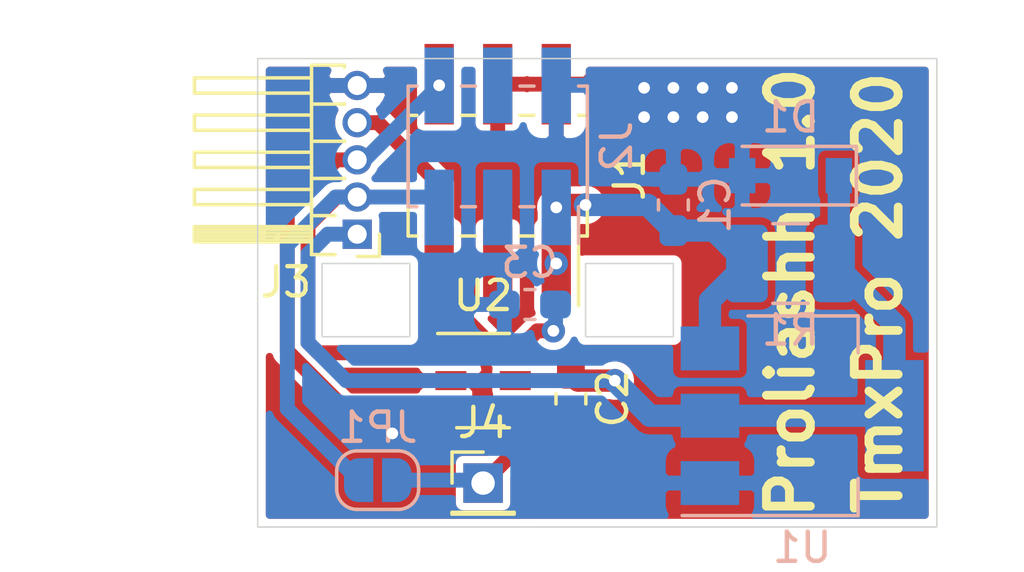
<source format=kicad_pcb>
(kicad_pcb (version 20171130) (host pcbnew 5.1.5+dfsg1-2+b1)

  (general
    (thickness 1.6)
    (drawings 21)
    (tracks 81)
    (zones 0)
    (modules 12)
    (nets 8)
  )

  (page A4)
  (layers
    (0 F.Cu signal)
    (31 B.Cu signal)
    (32 B.Adhes user)
    (33 F.Adhes user)
    (34 B.Paste user)
    (35 F.Paste user)
    (36 B.SilkS user)
    (37 F.SilkS user)
    (38 B.Mask user)
    (39 F.Mask user)
    (40 Dwgs.User user)
    (41 Cmts.User user)
    (42 Eco1.User user)
    (43 Eco2.User user)
    (44 Edge.Cuts user)
    (45 Margin user)
    (46 B.CrtYd user)
    (47 F.CrtYd user)
    (48 B.Fab user)
    (49 F.Fab user)
  )

  (setup
    (last_trace_width 0.508)
    (user_trace_width 0.508)
    (user_trace_width 0.762)
    (trace_clearance 0.2)
    (zone_clearance 0.254)
    (zone_45_only no)
    (trace_min 0.2)
    (via_size 0.8)
    (via_drill 0.4)
    (via_min_size 0.4)
    (via_min_drill 0.3)
    (uvia_size 0.3)
    (uvia_drill 0.1)
    (uvias_allowed no)
    (uvia_min_size 0.2)
    (uvia_min_drill 0.1)
    (edge_width 0.05)
    (segment_width 0.2)
    (pcb_text_width 0.3)
    (pcb_text_size 1.5 1.5)
    (mod_edge_width 0.12)
    (mod_text_size 1 1)
    (mod_text_width 0.15)
    (pad_size 1.524 1.524)
    (pad_drill 0.762)
    (pad_to_mask_clearance 0.051)
    (solder_mask_min_width 0.25)
    (aux_axis_origin 0 0)
    (visible_elements FFFFFF7F)
    (pcbplotparams
      (layerselection 0x010fc_ffffffff)
      (usegerberextensions true)
      (usegerberattributes false)
      (usegerberadvancedattributes false)
      (creategerberjobfile false)
      (excludeedgelayer true)
      (linewidth 0.100000)
      (plotframeref false)
      (viasonmask false)
      (mode 1)
      (useauxorigin false)
      (hpglpennumber 1)
      (hpglpenspeed 20)
      (hpglpendiameter 15.000000)
      (psnegative false)
      (psa4output false)
      (plotreference true)
      (plotvalue true)
      (plotinvisibletext false)
      (padsonsilk false)
      (subtractmaskfromsilk false)
      (outputformat 1)
      (mirror false)
      (drillshape 0)
      (scaleselection 1)
      (outputdirectory "gerbers"))
  )

  (net 0 "")
  (net 1 GROUND_LOOP)
  (net 2 +12V)
  (net 3 +3V3)
  (net 4 MCU_RESET)
  (net 5 PROG_CLK)
  (net 6 PROG_DATA)
  (net 7 COMM)

  (net_class Default "This is the default net class."
    (clearance 0.2)
    (trace_width 0.25)
    (via_dia 0.8)
    (via_drill 0.4)
    (uvia_dia 0.3)
    (uvia_drill 0.1)
    (add_net +12V)
    (add_net +3V3)
    (add_net COMM)
    (add_net GROUND_LOOP)
    (add_net MCU_RESET)
    (add_net PROG_CLK)
    (add_net PROG_DATA)
  )

  (module Connector_PinSocket_2.00mm:PinSocket_2x03_P2.00mm_Vertical_SMD (layer F.Cu) (tedit 5A19A42F) (tstamp 5E9D06EA)
    (at 85 22 270)
    (descr "surface-mounted straight socket strip, 2x03, 2.00mm pitch, double cols (from Kicad 4.0.7), script generated")
    (tags "Surface mounted socket strip SMD 2x03 2.00mm double row")
    (path /5E9E0BFF)
    (attr smd)
    (fp_text reference J1 (at 0 -4.5 90) (layer F.SilkS)
      (effects (font (size 1 1) (thickness 0.15)))
    )
    (fp_text value FAN_IN (at 0 4.5 90) (layer F.Fab)
      (effects (font (size 1 1) (thickness 0.15)))
    )
    (fp_text user %R (at 0 0) (layer F.Fab)
      (effects (font (size 1 1) (thickness 0.15)))
    )
    (fp_line (start -5 3.5) (end -5 -3.5) (layer F.CrtYd) (width 0.05))
    (fp_line (start 5 3.5) (end -5 3.5) (layer F.CrtYd) (width 0.05))
    (fp_line (start 5 -3.5) (end 5 3.5) (layer F.CrtYd) (width 0.05))
    (fp_line (start -5 -3.5) (end 5 -3.5) (layer F.CrtYd) (width 0.05))
    (fp_line (start 3 2.25) (end 2 2.25) (layer F.Fab) (width 0.1))
    (fp_line (start 3 1.75) (end 3 2.25) (layer F.Fab) (width 0.1))
    (fp_line (start 2 1.75) (end 3 1.75) (layer F.Fab) (width 0.1))
    (fp_line (start -3 2.25) (end -3 1.75) (layer F.Fab) (width 0.1))
    (fp_line (start -2 2.25) (end -3 2.25) (layer F.Fab) (width 0.1))
    (fp_line (start -3 1.75) (end -2 1.75) (layer F.Fab) (width 0.1))
    (fp_line (start 3 0.25) (end 2 0.25) (layer F.Fab) (width 0.1))
    (fp_line (start 3 -0.25) (end 3 0.25) (layer F.Fab) (width 0.1))
    (fp_line (start 2 -0.25) (end 3 -0.25) (layer F.Fab) (width 0.1))
    (fp_line (start -3 0.25) (end -3 -0.25) (layer F.Fab) (width 0.1))
    (fp_line (start -2 0.25) (end -3 0.25) (layer F.Fab) (width 0.1))
    (fp_line (start -3 -0.25) (end -2 -0.25) (layer F.Fab) (width 0.1))
    (fp_line (start 3 -1.75) (end 2 -1.75) (layer F.Fab) (width 0.1))
    (fp_line (start 3 -2.25) (end 3 -1.75) (layer F.Fab) (width 0.1))
    (fp_line (start 2 -2.25) (end 3 -2.25) (layer F.Fab) (width 0.1))
    (fp_line (start -3 -1.75) (end -3 -2.25) (layer F.Fab) (width 0.1))
    (fp_line (start -2 -1.75) (end -3 -1.75) (layer F.Fab) (width 0.1))
    (fp_line (start -3 -2.25) (end -2 -2.25) (layer F.Fab) (width 0.1))
    (fp_line (start -2 3) (end -2 -3) (layer F.Fab) (width 0.1))
    (fp_line (start 2 3) (end -2 3) (layer F.Fab) (width 0.1))
    (fp_line (start 2 -2) (end 2 3) (layer F.Fab) (width 0.1))
    (fp_line (start 1 -3) (end 2 -2) (layer F.Fab) (width 0.1))
    (fp_line (start -2 -3) (end 1 -3) (layer F.Fab) (width 0.1))
    (fp_line (start 2.06 -2.76) (end 4.44 -2.76) (layer F.SilkS) (width 0.12))
    (fp_line (start -2.06 2.76) (end -2.06 3.06) (layer F.SilkS) (width 0.12))
    (fp_line (start -2.06 0.76) (end -2.06 1.24) (layer F.SilkS) (width 0.12))
    (fp_line (start -2.06 -1.24) (end -2.06 -0.76) (layer F.SilkS) (width 0.12))
    (fp_line (start -2.06 -3.06) (end -2.06 -2.76) (layer F.SilkS) (width 0.12))
    (fp_line (start -2.06 3.06) (end 2.06 3.06) (layer F.SilkS) (width 0.12))
    (fp_line (start 2.06 2.76) (end 2.06 3.06) (layer F.SilkS) (width 0.12))
    (fp_line (start 2.06 0.76) (end 2.06 1.24) (layer F.SilkS) (width 0.12))
    (fp_line (start 2.06 -1.24) (end 2.06 -0.76) (layer F.SilkS) (width 0.12))
    (fp_line (start 2.06 -3.06) (end 2.06 -2.76) (layer F.SilkS) (width 0.12))
    (fp_line (start -2.06 -3.06) (end 2.06 -3.06) (layer F.SilkS) (width 0.12))
    (pad 6 smd rect (at -3.125 2 270) (size 2.75 1) (layers F.Cu F.Paste F.Mask)
      (net 5 PROG_CLK))
    (pad 5 smd rect (at 3.125 2 270) (size 2.75 1) (layers F.Cu F.Paste F.Mask)
      (net 4 MCU_RESET))
    (pad 4 smd rect (at -3.125 0 270) (size 2.75 1) (layers F.Cu F.Paste F.Mask)
      (net 1 GROUND_LOOP))
    (pad 3 smd rect (at 3.125 0 270) (size 2.75 1) (layers F.Cu F.Paste F.Mask))
    (pad 2 smd rect (at -3.125 -2 270) (size 2.75 1) (layers F.Cu F.Paste F.Mask)
      (net 1 GROUND_LOOP))
    (pad 1 smd rect (at 3.125 -2 270) (size 2.75 1) (layers F.Cu F.Paste F.Mask)
      (net 2 +12V))
    (model ${KISYS3DMOD}/Connector_PinSocket_2.00mm.3dshapes/PinSocket_2x03_P2.00mm_Vertical_SMD.wrl
      (at (xyz 0 0 0))
      (scale (xyz 1 1 1))
      (rotate (xyz 0 0 0))
    )
  )

  (module Capacitor_SMD:C_0603_1608Metric_Pad1.05x0.95mm_HandSolder (layer B.Cu) (tedit 5B301BBE) (tstamp 5E9D3F3D)
    (at 86.1 26.4 180)
    (descr "Capacitor SMD 0603 (1608 Metric), square (rectangular) end terminal, IPC_7351 nominal with elongated pad for handsoldering. (Body size source: http://www.tortai-tech.com/upload/download/2011102023233369053.pdf), generated with kicad-footprint-generator")
    (tags "capacitor handsolder")
    (path /5EA0DCD0)
    (attr smd)
    (fp_text reference C3 (at 0 1.43) (layer B.SilkS)
      (effects (font (size 1 1) (thickness 0.15)) (justify mirror))
    )
    (fp_text value C (at 0 -1.43) (layer B.Fab)
      (effects (font (size 1 1) (thickness 0.15)) (justify mirror))
    )
    (fp_text user %R (at 0 0) (layer B.Fab)
      (effects (font (size 0.4 0.4) (thickness 0.06)) (justify mirror))
    )
    (fp_line (start 1.65 -0.73) (end -1.65 -0.73) (layer B.CrtYd) (width 0.05))
    (fp_line (start 1.65 0.73) (end 1.65 -0.73) (layer B.CrtYd) (width 0.05))
    (fp_line (start -1.65 0.73) (end 1.65 0.73) (layer B.CrtYd) (width 0.05))
    (fp_line (start -1.65 -0.73) (end -1.65 0.73) (layer B.CrtYd) (width 0.05))
    (fp_line (start -0.171267 -0.51) (end 0.171267 -0.51) (layer B.SilkS) (width 0.12))
    (fp_line (start -0.171267 0.51) (end 0.171267 0.51) (layer B.SilkS) (width 0.12))
    (fp_line (start 0.8 -0.4) (end -0.8 -0.4) (layer B.Fab) (width 0.1))
    (fp_line (start 0.8 0.4) (end 0.8 -0.4) (layer B.Fab) (width 0.1))
    (fp_line (start -0.8 0.4) (end 0.8 0.4) (layer B.Fab) (width 0.1))
    (fp_line (start -0.8 -0.4) (end -0.8 0.4) (layer B.Fab) (width 0.1))
    (pad 2 smd roundrect (at 0.875 0 180) (size 1.05 0.95) (layers B.Cu B.Paste B.Mask) (roundrect_rratio 0.25)
      (net 1 GROUND_LOOP))
    (pad 1 smd roundrect (at -0.875 0 180) (size 1.05 0.95) (layers B.Cu B.Paste B.Mask) (roundrect_rratio 0.25)
      (net 4 MCU_RESET))
    (model ${KISYS3DMOD}/Capacitor_SMD.3dshapes/C_0603_1608Metric.wrl
      (at (xyz 0 0 0))
      (scale (xyz 1 1 1))
      (rotate (xyz 0 0 0))
    )
  )

  (module Jumper:SolderJumper-2_P1.3mm_Open_RoundedPad1.0x1.5mm (layer B.Cu) (tedit 5B391E66) (tstamp 5E9D31BA)
    (at 80.9 32.4 180)
    (descr "SMD Solder Jumper, 1x1.5mm, rounded Pads, 0.3mm gap, open")
    (tags "solder jumper open")
    (path /5EA09E9E)
    (attr virtual)
    (fp_text reference JP1 (at 0 1.8 180) (layer B.SilkS)
      (effects (font (size 1 1) (thickness 0.15)) (justify mirror))
    )
    (fp_text value PROXY (at 0 -1.9 180) (layer B.Fab)
      (effects (font (size 1 1) (thickness 0.15)) (justify mirror))
    )
    (fp_line (start 1.65 -1.25) (end -1.65 -1.25) (layer B.CrtYd) (width 0.05))
    (fp_line (start 1.65 -1.25) (end 1.65 1.25) (layer B.CrtYd) (width 0.05))
    (fp_line (start -1.65 1.25) (end -1.65 -1.25) (layer B.CrtYd) (width 0.05))
    (fp_line (start -1.65 1.25) (end 1.65 1.25) (layer B.CrtYd) (width 0.05))
    (fp_line (start -0.7 1) (end 0.7 1) (layer B.SilkS) (width 0.12))
    (fp_line (start 1.4 0.3) (end 1.4 -0.3) (layer B.SilkS) (width 0.12))
    (fp_line (start 0.7 -1) (end -0.7 -1) (layer B.SilkS) (width 0.12))
    (fp_line (start -1.4 -0.3) (end -1.4 0.3) (layer B.SilkS) (width 0.12))
    (fp_arc (start -0.7 0.3) (end -0.7 1) (angle 90) (layer B.SilkS) (width 0.12))
    (fp_arc (start -0.7 -0.3) (end -1.4 -0.3) (angle 90) (layer B.SilkS) (width 0.12))
    (fp_arc (start 0.7 -0.3) (end 0.7 -1) (angle 90) (layer B.SilkS) (width 0.12))
    (fp_arc (start 0.7 0.3) (end 1.4 0.3) (angle 90) (layer B.SilkS) (width 0.12))
    (pad 2 smd custom (at 0.65 0 180) (size 1 0.5) (layers B.Cu B.Mask)
      (net 6 PROG_DATA) (zone_connect 2)
      (options (clearance outline) (anchor rect))
      (primitives
        (gr_circle (center 0 -0.25) (end 0.5 -0.25) (width 0))
        (gr_circle (center 0 0.25) (end 0.5 0.25) (width 0))
        (gr_poly (pts
           (xy 0 0.75) (xy -0.5 0.75) (xy -0.5 -0.75) (xy 0 -0.75)) (width 0))
      ))
    (pad 1 smd custom (at -0.65 0 180) (size 1 0.5) (layers B.Cu B.Mask)
      (net 7 COMM) (zone_connect 2)
      (options (clearance outline) (anchor rect))
      (primitives
        (gr_circle (center 0 -0.25) (end 0.5 -0.25) (width 0))
        (gr_circle (center 0 0.25) (end 0.5 0.25) (width 0))
        (gr_poly (pts
           (xy 0 0.75) (xy 0.5 0.75) (xy 0.5 -0.75) (xy 0 -0.75)) (width 0))
      ))
  )

  (module Diode_SMD:D_SOD-123 (layer B.Cu) (tedit 58645DC7) (tstamp 5E9D18FF)
    (at 95 22 180)
    (descr SOD-123)
    (tags SOD-123)
    (path /5E9FB4CF)
    (attr smd)
    (fp_text reference D1 (at 0 2 180) (layer B.SilkS)
      (effects (font (size 1 1) (thickness 0.15)) (justify mirror))
    )
    (fp_text value 3.3V (at 0 -2.1 180) (layer B.Fab)
      (effects (font (size 1 1) (thickness 0.15)) (justify mirror))
    )
    (fp_line (start -2.25 1) (end 1.65 1) (layer B.SilkS) (width 0.12))
    (fp_line (start -2.25 -1) (end 1.65 -1) (layer B.SilkS) (width 0.12))
    (fp_line (start -2.35 1.15) (end -2.35 -1.15) (layer B.CrtYd) (width 0.05))
    (fp_line (start 2.35 -1.15) (end -2.35 -1.15) (layer B.CrtYd) (width 0.05))
    (fp_line (start 2.35 1.15) (end 2.35 -1.15) (layer B.CrtYd) (width 0.05))
    (fp_line (start -2.35 1.15) (end 2.35 1.15) (layer B.CrtYd) (width 0.05))
    (fp_line (start -1.4 0.9) (end 1.4 0.9) (layer B.Fab) (width 0.1))
    (fp_line (start 1.4 0.9) (end 1.4 -0.9) (layer B.Fab) (width 0.1))
    (fp_line (start 1.4 -0.9) (end -1.4 -0.9) (layer B.Fab) (width 0.1))
    (fp_line (start -1.4 -0.9) (end -1.4 0.9) (layer B.Fab) (width 0.1))
    (fp_line (start -0.75 0) (end -0.35 0) (layer B.Fab) (width 0.1))
    (fp_line (start -0.35 0) (end -0.35 0.55) (layer B.Fab) (width 0.1))
    (fp_line (start -0.35 0) (end -0.35 -0.55) (layer B.Fab) (width 0.1))
    (fp_line (start -0.35 0) (end 0.25 0.4) (layer B.Fab) (width 0.1))
    (fp_line (start 0.25 0.4) (end 0.25 -0.4) (layer B.Fab) (width 0.1))
    (fp_line (start 0.25 -0.4) (end -0.35 0) (layer B.Fab) (width 0.1))
    (fp_line (start 0.25 0) (end 0.75 0) (layer B.Fab) (width 0.1))
    (fp_line (start -2.25 1) (end -2.25 -1) (layer B.SilkS) (width 0.12))
    (fp_text user %R (at 0 2 180) (layer B.Fab)
      (effects (font (size 1 1) (thickness 0.15)) (justify mirror))
    )
    (pad 2 smd rect (at 1.65 0 180) (size 0.9 1.2) (layers B.Cu B.Paste B.Mask)
      (net 1 GROUND_LOOP))
    (pad 1 smd rect (at -1.65 0 180) (size 0.9 1.2) (layers B.Cu B.Paste B.Mask)
      (net 3 +3V3))
    (model ${KISYS3DMOD}/Diode_SMD.3dshapes/D_SOD-123.wrl
      (at (xyz 0 0 0))
      (scale (xyz 1 1 1))
      (rotate (xyz 0 0 0))
    )
  )

  (module Resistor_SMD:R_1210_3225Metric_Pad1.42x2.65mm_HandSolder (layer B.Cu) (tedit 5B301BBD) (tstamp 5E9D1A98)
    (at 95 25)
    (descr "Resistor SMD 1210 (3225 Metric), square (rectangular) end terminal, IPC_7351 nominal with elongated pad for handsoldering. (Body size source: http://www.tortai-tech.com/upload/download/2011102023233369053.pdf), generated with kicad-footprint-generator")
    (tags "resistor handsolder")
    (path /5E9FCDCC)
    (attr smd)
    (fp_text reference R1 (at 0 2.28) (layer B.SilkS)
      (effects (font (size 1 1) (thickness 0.15)) (justify mirror))
    )
    (fp_text value "200R 0.5W" (at 0 -2.28) (layer B.Fab)
      (effects (font (size 1 1) (thickness 0.15)) (justify mirror))
    )
    (fp_text user %R (at 0 0) (layer B.Fab)
      (effects (font (size 0.8 0.8) (thickness 0.12)) (justify mirror))
    )
    (fp_line (start 2.45 -1.58) (end -2.45 -1.58) (layer B.CrtYd) (width 0.05))
    (fp_line (start 2.45 1.58) (end 2.45 -1.58) (layer B.CrtYd) (width 0.05))
    (fp_line (start -2.45 1.58) (end 2.45 1.58) (layer B.CrtYd) (width 0.05))
    (fp_line (start -2.45 -1.58) (end -2.45 1.58) (layer B.CrtYd) (width 0.05))
    (fp_line (start -0.602064 -1.36) (end 0.602064 -1.36) (layer B.SilkS) (width 0.12))
    (fp_line (start -0.602064 1.36) (end 0.602064 1.36) (layer B.SilkS) (width 0.12))
    (fp_line (start 1.6 -1.25) (end -1.6 -1.25) (layer B.Fab) (width 0.1))
    (fp_line (start 1.6 1.25) (end 1.6 -1.25) (layer B.Fab) (width 0.1))
    (fp_line (start -1.6 1.25) (end 1.6 1.25) (layer B.Fab) (width 0.1))
    (fp_line (start -1.6 -1.25) (end -1.6 1.25) (layer B.Fab) (width 0.1))
    (pad 2 smd roundrect (at 1.4875 0) (size 1.425 2.65) (layers B.Cu B.Paste B.Mask) (roundrect_rratio 0.175439)
      (net 3 +3V3))
    (pad 1 smd roundrect (at -1.4875 0) (size 1.425 2.65) (layers B.Cu B.Paste B.Mask) (roundrect_rratio 0.175439)
      (net 2 +12V))
    (model ${KISYS3DMOD}/Resistor_SMD.3dshapes/R_1210_3225Metric.wrl
      (at (xyz 0 0 0))
      (scale (xyz 1 1 1))
      (rotate (xyz 0 0 0))
    )
  )

  (module Connector_PinHeader_2.00mm:PinHeader_1x01_P2.00mm_Vertical (layer F.Cu) (tedit 59FED667) (tstamp 5E9D119E)
    (at 84.5 32.5)
    (descr "Through hole straight pin header, 1x01, 2.00mm pitch, single row")
    (tags "Through hole pin header THT 1x01 2.00mm single row")
    (path /5E9F17A7)
    (fp_text reference J4 (at 0 -2.06) (layer F.SilkS)
      (effects (font (size 1 1) (thickness 0.15)))
    )
    (fp_text value COMM (at 0 2.06) (layer F.Fab)
      (effects (font (size 1 1) (thickness 0.15)))
    )
    (fp_text user %R (at 0 0 90) (layer F.Fab)
      (effects (font (size 1 1) (thickness 0.15)))
    )
    (fp_line (start 1.5 -1.5) (end -1.5 -1.5) (layer F.CrtYd) (width 0.05))
    (fp_line (start 1.5 1.5) (end 1.5 -1.5) (layer F.CrtYd) (width 0.05))
    (fp_line (start -1.5 1.5) (end 1.5 1.5) (layer F.CrtYd) (width 0.05))
    (fp_line (start -1.5 -1.5) (end -1.5 1.5) (layer F.CrtYd) (width 0.05))
    (fp_line (start -1.06 -1.06) (end 0 -1.06) (layer F.SilkS) (width 0.12))
    (fp_line (start -1.06 0) (end -1.06 -1.06) (layer F.SilkS) (width 0.12))
    (fp_line (start -1.06 1) (end 1.06 1) (layer F.SilkS) (width 0.12))
    (fp_line (start 1.06 1) (end 1.06 1.06) (layer F.SilkS) (width 0.12))
    (fp_line (start -1.06 1) (end -1.06 1.06) (layer F.SilkS) (width 0.12))
    (fp_line (start -1.06 1.06) (end 1.06 1.06) (layer F.SilkS) (width 0.12))
    (fp_line (start -1 -0.5) (end -0.5 -1) (layer F.Fab) (width 0.1))
    (fp_line (start -1 1) (end -1 -0.5) (layer F.Fab) (width 0.1))
    (fp_line (start 1 1) (end -1 1) (layer F.Fab) (width 0.1))
    (fp_line (start 1 -1) (end 1 1) (layer F.Fab) (width 0.1))
    (fp_line (start -0.5 -1) (end 1 -1) (layer F.Fab) (width 0.1))
    (pad 1 thru_hole rect (at 0 0) (size 1.35 1.35) (drill 0.8) (layers *.Cu *.Mask)
      (net 7 COMM))
    (model ${KISYS3DMOD}/Connector_PinHeader_2.00mm.3dshapes/PinHeader_1x01_P2.00mm_Vertical.wrl
      (at (xyz 0 0 0))
      (scale (xyz 1 1 1))
      (rotate (xyz 0 0 0))
    )
  )

  (module Connector_PinHeader_2.00mm:PinHeader_2x03_P2.00mm_Vertical_SMD (layer B.Cu) (tedit 59FED667) (tstamp 5E9D0E63)
    (at 85 21 90)
    (descr "surface-mounted straight pin header, 2x03, 2.00mm pitch, double rows")
    (tags "Surface mounted pin header SMD 2x03 2.00mm double row")
    (path /5E9E1E9C)
    (attr smd)
    (fp_text reference J2 (at 0 4.06 270) (layer B.SilkS)
      (effects (font (size 1 1) (thickness 0.15)) (justify mirror))
    )
    (fp_text value FAN_OUT (at 0 -4.06 270) (layer B.Fab)
      (effects (font (size 1 1) (thickness 0.15)) (justify mirror))
    )
    (fp_text user %R (at 0 0) (layer B.Fab)
      (effects (font (size 1 1) (thickness 0.15)) (justify mirror))
    )
    (fp_line (start 4.9 3.5) (end -4.9 3.5) (layer B.CrtYd) (width 0.05))
    (fp_line (start 4.9 -3.5) (end 4.9 3.5) (layer B.CrtYd) (width 0.05))
    (fp_line (start -4.9 -3.5) (end 4.9 -3.5) (layer B.CrtYd) (width 0.05))
    (fp_line (start -4.9 3.5) (end -4.9 -3.5) (layer B.CrtYd) (width 0.05))
    (fp_line (start 2.06 -0.76) (end 2.06 -1.24) (layer B.SilkS) (width 0.12))
    (fp_line (start -2.06 -0.76) (end -2.06 -1.24) (layer B.SilkS) (width 0.12))
    (fp_line (start 2.06 1.24) (end 2.06 0.76) (layer B.SilkS) (width 0.12))
    (fp_line (start -2.06 1.24) (end -2.06 0.76) (layer B.SilkS) (width 0.12))
    (fp_line (start 2.06 -2.76) (end 2.06 -3.06) (layer B.SilkS) (width 0.12))
    (fp_line (start -2.06 -2.76) (end -2.06 -3.06) (layer B.SilkS) (width 0.12))
    (fp_line (start 2.06 3.06) (end 2.06 2.76) (layer B.SilkS) (width 0.12))
    (fp_line (start -2.06 3.06) (end -2.06 2.76) (layer B.SilkS) (width 0.12))
    (fp_line (start -3.315 2.76) (end -2.06 2.76) (layer B.SilkS) (width 0.12))
    (fp_line (start -2.06 -3.06) (end 2.06 -3.06) (layer B.SilkS) (width 0.12))
    (fp_line (start -2.06 3.06) (end 2.06 3.06) (layer B.SilkS) (width 0.12))
    (fp_line (start 2.875 -2.25) (end 2 -2.25) (layer B.Fab) (width 0.1))
    (fp_line (start 2.875 -1.75) (end 2.875 -2.25) (layer B.Fab) (width 0.1))
    (fp_line (start 2 -1.75) (end 2.875 -1.75) (layer B.Fab) (width 0.1))
    (fp_line (start -2.875 -2.25) (end -2 -2.25) (layer B.Fab) (width 0.1))
    (fp_line (start -2.875 -1.75) (end -2.875 -2.25) (layer B.Fab) (width 0.1))
    (fp_line (start -2 -1.75) (end -2.875 -1.75) (layer B.Fab) (width 0.1))
    (fp_line (start 2.875 -0.25) (end 2 -0.25) (layer B.Fab) (width 0.1))
    (fp_line (start 2.875 0.25) (end 2.875 -0.25) (layer B.Fab) (width 0.1))
    (fp_line (start 2 0.25) (end 2.875 0.25) (layer B.Fab) (width 0.1))
    (fp_line (start -2.875 -0.25) (end -2 -0.25) (layer B.Fab) (width 0.1))
    (fp_line (start -2.875 0.25) (end -2.875 -0.25) (layer B.Fab) (width 0.1))
    (fp_line (start -2 0.25) (end -2.875 0.25) (layer B.Fab) (width 0.1))
    (fp_line (start 2.875 1.75) (end 2 1.75) (layer B.Fab) (width 0.1))
    (fp_line (start 2.875 2.25) (end 2.875 1.75) (layer B.Fab) (width 0.1))
    (fp_line (start 2 2.25) (end 2.875 2.25) (layer B.Fab) (width 0.1))
    (fp_line (start -2.875 1.75) (end -2 1.75) (layer B.Fab) (width 0.1))
    (fp_line (start -2.875 2.25) (end -2.875 1.75) (layer B.Fab) (width 0.1))
    (fp_line (start -2 2.25) (end -2.875 2.25) (layer B.Fab) (width 0.1))
    (fp_line (start 2 3) (end 2 -3) (layer B.Fab) (width 0.1))
    (fp_line (start -2 2.25) (end -1.25 3) (layer B.Fab) (width 0.1))
    (fp_line (start -2 -3) (end -2 2.25) (layer B.Fab) (width 0.1))
    (fp_line (start -1.25 3) (end 2 3) (layer B.Fab) (width 0.1))
    (fp_line (start 2 -3) (end -2 -3) (layer B.Fab) (width 0.1))
    (pad 6 smd rect (at 2.085 -2 90) (size 2.58 1) (layers B.Cu B.Paste B.Mask)
      (net 5 PROG_CLK))
    (pad 5 smd rect (at -2.085 -2 90) (size 2.58 1) (layers B.Cu B.Paste B.Mask)
      (net 6 PROG_DATA))
    (pad 4 smd rect (at 2.085 0 90) (size 2.58 1) (layers B.Cu B.Paste B.Mask))
    (pad 3 smd rect (at -2.085 0 90) (size 2.58 1) (layers B.Cu B.Paste B.Mask))
    (pad 2 smd rect (at 2.085 2 90) (size 2.58 1) (layers B.Cu B.Paste B.Mask)
      (net 1 GROUND_LOOP))
    (pad 1 smd rect (at -2.085 2 90) (size 2.58 1) (layers B.Cu B.Paste B.Mask)
      (net 2 +12V))
    (model ${KISYS3DMOD}/Connector_PinHeader_2.00mm.3dshapes/PinHeader_2x03_P2.00mm_Vertical_SMD.wrl
      (at (xyz 0 0 0))
      (scale (xyz 1 1 1))
      (rotate (xyz 0 0 0))
    )
  )

  (module Connector_PinHeader_1.27mm:PinHeader_1x05_P1.27mm_Horizontal (layer F.Cu) (tedit 59FED6E3) (tstamp 5E9CEB2C)
    (at 80.2 24 180)
    (descr "Through hole angled pin header, 1x05, 1.27mm pitch, 4.0mm pin length, single row")
    (tags "Through hole angled pin header THT 1x05 1.27mm single row")
    (path /5E9D7891)
    (fp_text reference J3 (at 2.4325 -1.635) (layer F.SilkS)
      (effects (font (size 1 1) (thickness 0.15)))
    )
    (fp_text value Conn_01x05 (at 2.4325 6.715) (layer F.Fab)
      (effects (font (size 1 1) (thickness 0.15)))
    )
    (fp_text user %R (at 1 2.54 90) (layer F.Fab)
      (effects (font (size 0.6 0.6) (thickness 0.09)))
    )
    (fp_line (start 6 -1.15) (end -1.15 -1.15) (layer F.CrtYd) (width 0.05))
    (fp_line (start 6 6.25) (end 6 -1.15) (layer F.CrtYd) (width 0.05))
    (fp_line (start -1.15 6.25) (end 6 6.25) (layer F.CrtYd) (width 0.05))
    (fp_line (start -1.15 -1.15) (end -1.15 6.25) (layer F.CrtYd) (width 0.05))
    (fp_line (start -0.76 -0.76) (end 0 -0.76) (layer F.SilkS) (width 0.12))
    (fp_line (start -0.76 0) (end -0.76 -0.76) (layer F.SilkS) (width 0.12))
    (fp_line (start 5.56 5.34) (end 1.56 5.34) (layer F.SilkS) (width 0.12))
    (fp_line (start 5.56 4.82) (end 5.56 5.34) (layer F.SilkS) (width 0.12))
    (fp_line (start 1.56 4.82) (end 5.56 4.82) (layer F.SilkS) (width 0.12))
    (fp_line (start 0.44 4.429677) (end 0.44 4.460323) (layer F.SilkS) (width 0.12))
    (fp_line (start 0.44 4.445) (end 1.56 4.445) (layer F.SilkS) (width 0.12))
    (fp_line (start 5.56 4.07) (end 1.56 4.07) (layer F.SilkS) (width 0.12))
    (fp_line (start 5.56 3.55) (end 5.56 4.07) (layer F.SilkS) (width 0.12))
    (fp_line (start 1.56 3.55) (end 5.56 3.55) (layer F.SilkS) (width 0.12))
    (fp_line (start 0.44 3.159677) (end 0.44 3.190323) (layer F.SilkS) (width 0.12))
    (fp_line (start 0.44 3.175) (end 1.56 3.175) (layer F.SilkS) (width 0.12))
    (fp_line (start 5.56 2.8) (end 1.56 2.8) (layer F.SilkS) (width 0.12))
    (fp_line (start 5.56 2.28) (end 5.56 2.8) (layer F.SilkS) (width 0.12))
    (fp_line (start 1.56 2.28) (end 5.56 2.28) (layer F.SilkS) (width 0.12))
    (fp_line (start 0.44 1.889677) (end 0.44 1.920323) (layer F.SilkS) (width 0.12))
    (fp_line (start 0.44 1.905) (end 1.56 1.905) (layer F.SilkS) (width 0.12))
    (fp_line (start 5.56 1.53) (end 1.56 1.53) (layer F.SilkS) (width 0.12))
    (fp_line (start 5.56 1.01) (end 5.56 1.53) (layer F.SilkS) (width 0.12))
    (fp_line (start 1.56 1.01) (end 5.56 1.01) (layer F.SilkS) (width 0.12))
    (fp_line (start 0.76 0.635) (end 1.56 0.635) (layer F.SilkS) (width 0.12))
    (fp_line (start 1.56 0.16) (end 5.56 0.16) (layer F.SilkS) (width 0.12))
    (fp_line (start 1.56 0.04) (end 5.56 0.04) (layer F.SilkS) (width 0.12))
    (fp_line (start 1.56 -0.08) (end 5.56 -0.08) (layer F.SilkS) (width 0.12))
    (fp_line (start 1.56 -0.2) (end 5.56 -0.2) (layer F.SilkS) (width 0.12))
    (fp_line (start 5.56 0.26) (end 1.56 0.26) (layer F.SilkS) (width 0.12))
    (fp_line (start 5.56 -0.26) (end 5.56 0.26) (layer F.SilkS) (width 0.12))
    (fp_line (start 1.56 -0.26) (end 5.56 -0.26) (layer F.SilkS) (width 0.12))
    (fp_line (start 0.44 5.775) (end 0.44 5.699677) (layer F.SilkS) (width 0.12))
    (fp_line (start 1.56 5.775) (end 0.44 5.775) (layer F.SilkS) (width 0.12))
    (fp_line (start 1.56 -0.695) (end 1.56 5.775) (layer F.SilkS) (width 0.12))
    (fp_line (start 0.76 -0.695) (end 1.56 -0.695) (layer F.SilkS) (width 0.12))
    (fp_line (start 1.5 5.28) (end 5.5 5.28) (layer F.Fab) (width 0.1))
    (fp_line (start 5.5 4.88) (end 5.5 5.28) (layer F.Fab) (width 0.1))
    (fp_line (start 1.5 4.88) (end 5.5 4.88) (layer F.Fab) (width 0.1))
    (fp_line (start -0.2 5.28) (end 0.5 5.28) (layer F.Fab) (width 0.1))
    (fp_line (start -0.2 4.88) (end -0.2 5.28) (layer F.Fab) (width 0.1))
    (fp_line (start -0.2 4.88) (end 0.5 4.88) (layer F.Fab) (width 0.1))
    (fp_line (start 1.5 4.01) (end 5.5 4.01) (layer F.Fab) (width 0.1))
    (fp_line (start 5.5 3.61) (end 5.5 4.01) (layer F.Fab) (width 0.1))
    (fp_line (start 1.5 3.61) (end 5.5 3.61) (layer F.Fab) (width 0.1))
    (fp_line (start -0.2 4.01) (end 0.5 4.01) (layer F.Fab) (width 0.1))
    (fp_line (start -0.2 3.61) (end -0.2 4.01) (layer F.Fab) (width 0.1))
    (fp_line (start -0.2 3.61) (end 0.5 3.61) (layer F.Fab) (width 0.1))
    (fp_line (start 1.5 2.74) (end 5.5 2.74) (layer F.Fab) (width 0.1))
    (fp_line (start 5.5 2.34) (end 5.5 2.74) (layer F.Fab) (width 0.1))
    (fp_line (start 1.5 2.34) (end 5.5 2.34) (layer F.Fab) (width 0.1))
    (fp_line (start -0.2 2.74) (end 0.5 2.74) (layer F.Fab) (width 0.1))
    (fp_line (start -0.2 2.34) (end -0.2 2.74) (layer F.Fab) (width 0.1))
    (fp_line (start -0.2 2.34) (end 0.5 2.34) (layer F.Fab) (width 0.1))
    (fp_line (start 1.5 1.47) (end 5.5 1.47) (layer F.Fab) (width 0.1))
    (fp_line (start 5.5 1.07) (end 5.5 1.47) (layer F.Fab) (width 0.1))
    (fp_line (start 1.5 1.07) (end 5.5 1.07) (layer F.Fab) (width 0.1))
    (fp_line (start -0.2 1.47) (end 0.5 1.47) (layer F.Fab) (width 0.1))
    (fp_line (start -0.2 1.07) (end -0.2 1.47) (layer F.Fab) (width 0.1))
    (fp_line (start -0.2 1.07) (end 0.5 1.07) (layer F.Fab) (width 0.1))
    (fp_line (start 1.5 0.2) (end 5.5 0.2) (layer F.Fab) (width 0.1))
    (fp_line (start 5.5 -0.2) (end 5.5 0.2) (layer F.Fab) (width 0.1))
    (fp_line (start 1.5 -0.2) (end 5.5 -0.2) (layer F.Fab) (width 0.1))
    (fp_line (start -0.2 0.2) (end 0.5 0.2) (layer F.Fab) (width 0.1))
    (fp_line (start -0.2 -0.2) (end -0.2 0.2) (layer F.Fab) (width 0.1))
    (fp_line (start -0.2 -0.2) (end 0.5 -0.2) (layer F.Fab) (width 0.1))
    (fp_line (start 0.5 -0.385) (end 0.75 -0.635) (layer F.Fab) (width 0.1))
    (fp_line (start 0.5 5.715) (end 0.5 -0.385) (layer F.Fab) (width 0.1))
    (fp_line (start 1.5 5.715) (end 0.5 5.715) (layer F.Fab) (width 0.1))
    (fp_line (start 1.5 -0.635) (end 1.5 5.715) (layer F.Fab) (width 0.1))
    (fp_line (start 0.75 -0.635) (end 1.5 -0.635) (layer F.Fab) (width 0.1))
    (pad 5 thru_hole oval (at 0 5.08 180) (size 1 1) (drill 0.65) (layers *.Cu *.Mask)
      (net 1 GROUND_LOOP))
    (pad 4 thru_hole oval (at 0 3.81 180) (size 1 1) (drill 0.65) (layers *.Cu *.Mask)
      (net 4 MCU_RESET))
    (pad 3 thru_hole oval (at 0 2.54 180) (size 1 1) (drill 0.65) (layers *.Cu *.Mask)
      (net 5 PROG_CLK))
    (pad 2 thru_hole oval (at 0 1.27 180) (size 1 1) (drill 0.65) (layers *.Cu *.Mask)
      (net 6 PROG_DATA))
    (pad 1 thru_hole rect (at 0 0 180) (size 1 1) (drill 0.65) (layers *.Cu *.Mask)
      (net 3 +3V3))
    (model ${KISYS3DMOD}/Connector_PinHeader_1.27mm.3dshapes/PinHeader_1x05_P1.27mm_Horizontal.wrl
      (at (xyz 0 0 0))
      (scale (xyz 1 1 1))
      (rotate (xyz 0 0 0))
    )
  )

  (module Package_TO_SOT_SMD:SOT-23-6 (layer F.Cu) (tedit 5A02FF57) (tstamp 5E9CEB58)
    (at 84.5 29)
    (descr "6-pin SOT-23 package")
    (tags SOT-23-6)
    (path /5E9C937C)
    (attr smd)
    (fp_text reference U2 (at 0 -2.9) (layer F.SilkS)
      (effects (font (size 1 1) (thickness 0.15)))
    )
    (fp_text value ATtiny10-TS (at 0 2.9) (layer F.Fab)
      (effects (font (size 1 1) (thickness 0.15)))
    )
    (fp_line (start 0.9 -1.55) (end 0.9 1.55) (layer F.Fab) (width 0.1))
    (fp_line (start 0.9 1.55) (end -0.9 1.55) (layer F.Fab) (width 0.1))
    (fp_line (start -0.9 -0.9) (end -0.9 1.55) (layer F.Fab) (width 0.1))
    (fp_line (start 0.9 -1.55) (end -0.25 -1.55) (layer F.Fab) (width 0.1))
    (fp_line (start -0.9 -0.9) (end -0.25 -1.55) (layer F.Fab) (width 0.1))
    (fp_line (start -1.9 -1.8) (end -1.9 1.8) (layer F.CrtYd) (width 0.05))
    (fp_line (start -1.9 1.8) (end 1.9 1.8) (layer F.CrtYd) (width 0.05))
    (fp_line (start 1.9 1.8) (end 1.9 -1.8) (layer F.CrtYd) (width 0.05))
    (fp_line (start 1.9 -1.8) (end -1.9 -1.8) (layer F.CrtYd) (width 0.05))
    (fp_line (start 0.9 -1.61) (end -1.55 -1.61) (layer F.SilkS) (width 0.12))
    (fp_line (start -0.9 1.61) (end 0.9 1.61) (layer F.SilkS) (width 0.12))
    (fp_text user %R (at 0 0 90) (layer F.Fab)
      (effects (font (size 0.5 0.5) (thickness 0.075)))
    )
    (pad 5 smd rect (at 1.1 0) (size 1.06 0.65) (layers F.Cu F.Paste F.Mask)
      (net 3 +3V3))
    (pad 6 smd rect (at 1.1 -0.95) (size 1.06 0.65) (layers F.Cu F.Paste F.Mask)
      (net 4 MCU_RESET))
    (pad 4 smd rect (at 1.1 0.95) (size 1.06 0.65) (layers F.Cu F.Paste F.Mask)
      (net 7 COMM))
    (pad 3 smd rect (at -1.1 0.95) (size 1.06 0.65) (layers F.Cu F.Paste F.Mask)
      (net 5 PROG_CLK))
    (pad 2 smd rect (at -1.1 0) (size 1.06 0.65) (layers F.Cu F.Paste F.Mask)
      (net 1 GROUND_LOOP))
    (pad 1 smd rect (at -1.1 -0.95) (size 1.06 0.65) (layers F.Cu F.Paste F.Mask)
      (net 6 PROG_DATA))
    (model ${KISYS3DMOD}/Package_TO_SOT_SMD.3dshapes/SOT-23-6.wrl
      (at (xyz 0 0 0))
      (scale (xyz 1 1 1))
      (rotate (xyz 0 0 0))
    )
  )

  (module Package_TO_SOT_SMD:SOT-223-3_TabPin2 (layer B.Cu) (tedit 5A02FF57) (tstamp 5E9CEB42)
    (at 95.4 30.2)
    (descr "module CMS SOT223 4 pins")
    (tags "CMS SOT")
    (path /5E9D1032)
    (attr smd)
    (fp_text reference U1 (at 0 4.5) (layer B.SilkS)
      (effects (font (size 1 1) (thickness 0.15)) (justify mirror))
    )
    (fp_text value LM1117-3.3 (at 0 -4.5) (layer B.Fab)
      (effects (font (size 1 1) (thickness 0.15)) (justify mirror))
    )
    (fp_line (start 1.85 3.35) (end 1.85 -3.35) (layer B.Fab) (width 0.1))
    (fp_line (start -1.85 -3.35) (end 1.85 -3.35) (layer B.Fab) (width 0.1))
    (fp_line (start -4.1 3.41) (end 1.91 3.41) (layer B.SilkS) (width 0.12))
    (fp_line (start -0.85 3.35) (end 1.85 3.35) (layer B.Fab) (width 0.1))
    (fp_line (start -1.85 -3.41) (end 1.91 -3.41) (layer B.SilkS) (width 0.12))
    (fp_line (start -1.85 2.35) (end -1.85 -3.35) (layer B.Fab) (width 0.1))
    (fp_line (start -1.85 2.35) (end -0.85 3.35) (layer B.Fab) (width 0.1))
    (fp_line (start -4.4 3.6) (end -4.4 -3.6) (layer B.CrtYd) (width 0.05))
    (fp_line (start -4.4 -3.6) (end 4.4 -3.6) (layer B.CrtYd) (width 0.05))
    (fp_line (start 4.4 -3.6) (end 4.4 3.6) (layer B.CrtYd) (width 0.05))
    (fp_line (start 4.4 3.6) (end -4.4 3.6) (layer B.CrtYd) (width 0.05))
    (fp_line (start 1.91 3.41) (end 1.91 2.15) (layer B.SilkS) (width 0.12))
    (fp_line (start 1.91 -3.41) (end 1.91 -2.15) (layer B.SilkS) (width 0.12))
    (fp_text user %R (at 0 0 -90) (layer B.Fab)
      (effects (font (size 0.8 0.8) (thickness 0.12)) (justify mirror))
    )
    (pad 1 smd rect (at -3.15 2.3) (size 2 1.5) (layers B.Cu B.Paste B.Mask)
      (net 1 GROUND_LOOP))
    (pad 3 smd rect (at -3.15 -2.3) (size 2 1.5) (layers B.Cu B.Paste B.Mask)
      (net 2 +12V))
    (pad 2 smd rect (at -3.15 0) (size 2 1.5) (layers B.Cu B.Paste B.Mask)
      (net 3 +3V3))
    (pad 2 smd rect (at 3.15 0) (size 2 3.8) (layers B.Cu B.Paste B.Mask)
      (net 3 +3V3))
    (model ${KISYS3DMOD}/Package_TO_SOT_SMD.3dshapes/SOT-223.wrl
      (at (xyz 0 0 0))
      (scale (xyz 1 1 1))
      (rotate (xyz 0 0 0))
    )
  )

  (module Capacitor_SMD:C_0603_1608Metric_Pad1.05x0.95mm_HandSolder (layer F.Cu) (tedit 5B301BBE) (tstamp 5E9D0668)
    (at 87.5 29.625 270)
    (descr "Capacitor SMD 0603 (1608 Metric), square (rectangular) end terminal, IPC_7351 nominal with elongated pad for handsoldering. (Body size source: http://www.tortai-tech.com/upload/download/2011102023233369053.pdf), generated with kicad-footprint-generator")
    (tags "capacitor handsolder")
    (path /5E9D3B73)
    (attr smd)
    (fp_text reference C2 (at 0 -1.43 90) (layer F.SilkS)
      (effects (font (size 1 1) (thickness 0.15)))
    )
    (fp_text value 10u (at 0 1.43 90) (layer F.Fab)
      (effects (font (size 1 1) (thickness 0.15)))
    )
    (fp_text user %R (at 0 0 90) (layer F.Fab)
      (effects (font (size 0.4 0.4) (thickness 0.06)))
    )
    (fp_line (start 1.65 0.73) (end -1.65 0.73) (layer F.CrtYd) (width 0.05))
    (fp_line (start 1.65 -0.73) (end 1.65 0.73) (layer F.CrtYd) (width 0.05))
    (fp_line (start -1.65 -0.73) (end 1.65 -0.73) (layer F.CrtYd) (width 0.05))
    (fp_line (start -1.65 0.73) (end -1.65 -0.73) (layer F.CrtYd) (width 0.05))
    (fp_line (start -0.171267 0.51) (end 0.171267 0.51) (layer F.SilkS) (width 0.12))
    (fp_line (start -0.171267 -0.51) (end 0.171267 -0.51) (layer F.SilkS) (width 0.12))
    (fp_line (start 0.8 0.4) (end -0.8 0.4) (layer F.Fab) (width 0.1))
    (fp_line (start 0.8 -0.4) (end 0.8 0.4) (layer F.Fab) (width 0.1))
    (fp_line (start -0.8 -0.4) (end 0.8 -0.4) (layer F.Fab) (width 0.1))
    (fp_line (start -0.8 0.4) (end -0.8 -0.4) (layer F.Fab) (width 0.1))
    (pad 2 smd roundrect (at 0.875 0 270) (size 1.05 0.95) (layers F.Cu F.Paste F.Mask) (roundrect_rratio 0.25)
      (net 1 GROUND_LOOP))
    (pad 1 smd roundrect (at -0.875 0 270) (size 1.05 0.95) (layers F.Cu F.Paste F.Mask) (roundrect_rratio 0.25)
      (net 3 +3V3))
    (model ${KISYS3DMOD}/Capacitor_SMD.3dshapes/C_0603_1608Metric.wrl
      (at (xyz 0 0 0))
      (scale (xyz 1 1 1))
      (rotate (xyz 0 0 0))
    )
  )

  (module Capacitor_SMD:C_0603_1608Metric_Pad1.05x0.95mm_HandSolder (layer B.Cu) (tedit 5B301BBE) (tstamp 5E9CEF31)
    (at 91 23 90)
    (descr "Capacitor SMD 0603 (1608 Metric), square (rectangular) end terminal, IPC_7351 nominal with elongated pad for handsoldering. (Body size source: http://www.tortai-tech.com/upload/download/2011102023233369053.pdf), generated with kicad-footprint-generator")
    (tags "capacitor handsolder")
    (path /5E9D5941)
    (attr smd)
    (fp_text reference C1 (at 0 1.43 270) (layer B.SilkS)
      (effects (font (size 1 1) (thickness 0.15)) (justify mirror))
    )
    (fp_text value 10u (at 0 -1.43 270) (layer B.Fab)
      (effects (font (size 1 1) (thickness 0.15)) (justify mirror))
    )
    (fp_text user %R (at 0 0 270) (layer B.Fab)
      (effects (font (size 0.4 0.4) (thickness 0.06)) (justify mirror))
    )
    (fp_line (start 1.65 -0.73) (end -1.65 -0.73) (layer B.CrtYd) (width 0.05))
    (fp_line (start 1.65 0.73) (end 1.65 -0.73) (layer B.CrtYd) (width 0.05))
    (fp_line (start -1.65 0.73) (end 1.65 0.73) (layer B.CrtYd) (width 0.05))
    (fp_line (start -1.65 -0.73) (end -1.65 0.73) (layer B.CrtYd) (width 0.05))
    (fp_line (start -0.171267 -0.51) (end 0.171267 -0.51) (layer B.SilkS) (width 0.12))
    (fp_line (start -0.171267 0.51) (end 0.171267 0.51) (layer B.SilkS) (width 0.12))
    (fp_line (start 0.8 -0.4) (end -0.8 -0.4) (layer B.Fab) (width 0.1))
    (fp_line (start 0.8 0.4) (end 0.8 -0.4) (layer B.Fab) (width 0.1))
    (fp_line (start -0.8 0.4) (end 0.8 0.4) (layer B.Fab) (width 0.1))
    (fp_line (start -0.8 -0.4) (end -0.8 0.4) (layer B.Fab) (width 0.1))
    (pad 2 smd roundrect (at 0.875 0 90) (size 1.05 0.95) (layers B.Cu B.Paste B.Mask) (roundrect_rratio 0.25)
      (net 1 GROUND_LOOP))
    (pad 1 smd roundrect (at -0.875 0 90) (size 1.05 0.95) (layers B.Cu B.Paste B.Mask) (roundrect_rratio 0.25)
      (net 2 +12V))
    (model ${KISYS3DMOD}/Capacitor_SMD.3dshapes/C_0603_1608Metric.wrl
      (at (xyz 0 0 0))
      (scale (xyz 1 1 1))
      (rotate (xyz 0 0 0))
    )
  )

  (gr_line (start 76.8 34) (end 77.4 34) (layer Edge.Cuts) (width 0.05) (tstamp 5E9D429E))
  (gr_line (start 76.8 18) (end 76.8 34) (layer Edge.Cuts) (width 0.05))
  (gr_line (start 79 25) (end 79.5 25) (layer Edge.Cuts) (width 0.05) (tstamp 5E9D3E87))
  (gr_line (start 79 27.5) (end 79 25) (layer Edge.Cuts) (width 0.05))
  (gr_line (start 79.5 27.5) (end 79 27.5) (layer Edge.Cuts) (width 0.05))
  (gr_line (start 82 27.5) (end 79.5 27.5) (layer Edge.Cuts) (width 0.05))
  (gr_line (start 82 25) (end 82 27.5) (layer Edge.Cuts) (width 0.05))
  (gr_line (start 81.5 25) (end 82 25) (layer Edge.Cuts) (width 0.05))
  (gr_line (start 88 25) (end 88.5 25) (layer Edge.Cuts) (width 0.05) (tstamp 5E9D3E57))
  (gr_line (start 88 27.5) (end 88 25) (layer Edge.Cuts) (width 0.05))
  (gr_line (start 91 27.5) (end 88 27.5) (layer Edge.Cuts) (width 0.05))
  (gr_line (start 91 25) (end 91 27.5) (layer Edge.Cuts) (width 0.05))
  (gr_line (start 90.5 25) (end 91 25) (layer Edge.Cuts) (width 0.05))
  (gr_text "Proliashh 1.0" (at 95 26 90) (layer F.SilkS) (tstamp 5E9D3E5F)
    (effects (font (size 1.5 1.5) (thickness 0.3)))
  )
  (gr_text "TmxPro 2020" (at 98 26 90) (layer F.SilkS)
    (effects (font (size 1.5 1.5) (thickness 0.3)))
  )
  (gr_line (start 79.5 25) (end 81.5 25) (layer Edge.Cuts) (width 0.05) (tstamp 5E9D00BC))
  (gr_line (start 90.5 25) (end 88.5 25) (layer Edge.Cuts) (width 0.05) (tstamp 5E9D00BB))
  (gr_line (start 100 34) (end 86 34) (layer Edge.Cuts) (width 0.05) (tstamp 5E9CF519))
  (gr_line (start 100 18) (end 100 34) (layer Edge.Cuts) (width 0.05))
  (gr_line (start 76.8 18) (end 100 18) (layer Edge.Cuts) (width 0.05))
  (gr_line (start 77.4 34) (end 86 34) (layer Edge.Cuts) (width 0.05))

  (via (at 90 19) (size 0.8) (drill 0.4) (layers F.Cu B.Cu) (net 1))
  (via (at 91 19) (size 0.8) (drill 0.4) (layers F.Cu B.Cu) (net 1))
  (via (at 92 19) (size 0.8) (drill 0.4) (layers F.Cu B.Cu) (net 1))
  (via (at 93 19) (size 0.8) (drill 0.4) (layers F.Cu B.Cu) (net 1))
  (via (at 90 20) (size 0.8) (drill 0.4) (layers F.Cu B.Cu) (net 1))
  (via (at 91 20) (size 0.8) (drill 0.4) (layers F.Cu B.Cu) (net 1))
  (via (at 92 20) (size 0.8) (drill 0.4) (layers F.Cu B.Cu) (net 1))
  (via (at 93 20) (size 0.8) (drill 0.4) (layers F.Cu B.Cu) (net 1))
  (via (at 81.4 30.804) (size 0.8) (drill 0.4) (layers F.Cu B.Cu) (net 1))
  (segment (start 84.218202 30.804) (end 81.4 30.804) (width 0.508) (layer F.Cu) (net 1))
  (segment (start 84.384001 30.638201) (end 84.218202 30.804) (width 0.508) (layer F.Cu) (net 1))
  (segment (start 84.384001 29.261799) (end 84.384001 30.638201) (width 0.508) (layer F.Cu) (net 1))
  (segment (start 84.122202 29) (end 84.384001 29.261799) (width 0.508) (layer F.Cu) (net 1))
  (segment (start 83.4 29) (end 84.122202 29) (width 0.508) (layer F.Cu) (net 1))
  (segment (start 87 25.125) (end 87 25) (width 0.762) (layer F.Cu) (net 2))
  (via (at 87 25) (size 0.8) (drill 0.4) (layers F.Cu B.Cu) (net 2))
  (via (at 87 23.085) (size 0.8) (drill 0.4) (layers F.Cu B.Cu) (net 2))
  (segment (start 87 23.085) (end 87 25) (width 0.762) (layer F.Cu) (net 2))
  (via (at 88 23) (size 0.8) (drill 0.4) (layers F.Cu B.Cu) (net 2))
  (segment (start 87.085 23) (end 87 23.085) (width 0.762) (layer F.Cu) (net 2))
  (segment (start 88 23) (end 87.085 23) (width 0.762) (layer F.Cu) (net 2))
  (segment (start 90.125 23) (end 91 23.875) (width 0.762) (layer B.Cu) (net 2))
  (segment (start 88 23) (end 90.125 23) (width 0.762) (layer B.Cu) (net 2))
  (segment (start 92.3875 23.875) (end 93.5125 25) (width 0.762) (layer B.Cu) (net 2))
  (segment (start 91 23.875) (end 92.3875 23.875) (width 0.762) (layer B.Cu) (net 2))
  (segment (start 92.25 26.2625) (end 93.5125 25) (width 0.762) (layer B.Cu) (net 2))
  (segment (start 92.25 27.9) (end 92.25 26.2625) (width 0.762) (layer B.Cu) (net 2))
  (segment (start 87.25 29) (end 85.6 29) (width 0.508) (layer F.Cu) (net 3))
  (segment (start 87.5 28.75) (end 87.25 29) (width 0.508) (layer F.Cu) (net 3))
  (segment (start 96.65 24.8375) (end 96.4875 25) (width 0.762) (layer B.Cu) (net 3))
  (segment (start 96.65 22) (end 96.65 24.8375) (width 0.762) (layer B.Cu) (net 3))
  (via (at 89 29) (size 0.8) (drill 0.4) (layers F.Cu B.Cu) (net 3))
  (segment (start 87.75 29) (end 87.5 28.75) (width 0.762) (layer F.Cu) (net 3))
  (segment (start 89 29) (end 87.75 29) (width 0.762) (layer F.Cu) (net 3))
  (segment (start 90.2 30.2) (end 92.25 30.2) (width 0.762) (layer B.Cu) (net 3))
  (segment (start 89 29) (end 90.2 30.2) (width 0.762) (layer B.Cu) (net 3))
  (segment (start 98.55 30.2) (end 92.25 30.2) (width 0.762) (layer B.Cu) (net 3))
  (segment (start 98.55 27.0625) (end 96.4875 25) (width 0.762) (layer B.Cu) (net 3))
  (segment (start 98.55 30.2) (end 98.55 27.0625) (width 0.762) (layer B.Cu) (net 3))
  (segment (start 79.192 24) (end 80.2 24) (width 0.508) (layer B.Cu) (net 3))
  (segment (start 79.822578 29) (end 78.52099 27.698412) (width 0.508) (layer B.Cu) (net 3))
  (segment (start 78.52099 24.67101) (end 79.192 24) (width 0.508) (layer B.Cu) (net 3))
  (segment (start 78.52099 27.698412) (end 78.52099 24.67101) (width 0.508) (layer B.Cu) (net 3))
  (segment (start 89 29) (end 79.822578 29) (width 0.508) (layer B.Cu) (net 3))
  (segment (start 83 26) (end 83 25.125) (width 0.508) (layer F.Cu) (net 4))
  (segment (start 85.05 28.05) (end 83 26) (width 0.508) (layer F.Cu) (net 4))
  (segment (start 85.6 28.05) (end 85.05 28.05) (width 0.508) (layer F.Cu) (net 4))
  (via (at 86.9 27.3) (size 0.8) (drill 0.4) (layers F.Cu B.Cu) (net 4))
  (segment (start 86.975 27.225) (end 86.9 27.3) (width 0.508) (layer B.Cu) (net 4))
  (segment (start 86.975 26.4) (end 86.975 27.225) (width 0.508) (layer B.Cu) (net 4))
  (segment (start 86.35 27.3) (end 85.6 28.05) (width 0.508) (layer F.Cu) (net 4))
  (segment (start 86.9 27.3) (end 86.35 27.3) (width 0.508) (layer F.Cu) (net 4))
  (segment (start 83 23.242) (end 83 25.125) (width 0.508) (layer F.Cu) (net 4))
  (segment (start 83 22.282894) (end 83 23.242) (width 0.508) (layer F.Cu) (net 4))
  (segment (start 80.907106 20.19) (end 83 22.282894) (width 0.508) (layer F.Cu) (net 4))
  (segment (start 80.2 20.19) (end 80.907106 20.19) (width 0.508) (layer F.Cu) (net 4))
  (segment (start 83 18.915) (end 83 18.875) (width 0.508) (layer B.Cu) (net 5))
  (segment (start 80.455 21.46) (end 80.2 21.46) (width 0.508) (layer B.Cu) (net 5))
  (segment (start 83 18.915) (end 80.455 21.46) (width 0.508) (layer B.Cu) (net 5))
  (via (at 83 18.915) (size 0.8) (drill 0.4) (layers F.Cu B.Cu) (net 5))
  (segment (start 79.492894 21.46) (end 80.2 21.46) (width 0.508) (layer F.Cu) (net 5))
  (segment (start 77.81298 23.139914) (end 79.492894 21.46) (width 0.508) (layer F.Cu) (net 5))
  (segment (start 77.81298 27.991679) (end 77.81298 23.139914) (width 0.508) (layer F.Cu) (net 5))
  (segment (start 79.771301 29.95) (end 77.81298 27.991679) (width 0.508) (layer F.Cu) (net 5))
  (segment (start 83.4 29.95) (end 79.771301 29.95) (width 0.508) (layer F.Cu) (net 5))
  (segment (start 82.645 22.73) (end 80.2 22.73) (width 0.508) (layer B.Cu) (net 6))
  (segment (start 83 23.085) (end 82.645 22.73) (width 0.508) (layer B.Cu) (net 6))
  (segment (start 78.52099 23.701904) (end 79.492894 22.73) (width 0.508) (layer F.Cu) (net 6))
  (segment (start 78.52099 27.698412) (end 78.52099 23.701904) (width 0.508) (layer F.Cu) (net 6))
  (segment (start 79.492894 22.73) (end 80.2 22.73) (width 0.508) (layer F.Cu) (net 6))
  (segment (start 78.872578 28.05) (end 78.52099 27.698412) (width 0.508) (layer F.Cu) (net 6))
  (segment (start 83.4 28.05) (end 78.872578 28.05) (width 0.508) (layer F.Cu) (net 6))
  (segment (start 79.460723 22.73) (end 79.492894 22.73) (width 0.508) (layer B.Cu) (net 6))
  (segment (start 77.81298 24.377743) (end 79.460723 22.73) (width 0.508) (layer B.Cu) (net 6))
  (segment (start 79.492894 22.73) (end 80.2 22.73) (width 0.508) (layer B.Cu) (net 6))
  (segment (start 77.81298 29.96298) (end 77.81298 24.377743) (width 0.508) (layer B.Cu) (net 6))
  (segment (start 80.25 32.4) (end 77.81298 29.96298) (width 0.508) (layer B.Cu) (net 6))
  (segment (start 85.6 31.4) (end 84.5 32.5) (width 0.508) (layer F.Cu) (net 7))
  (segment (start 85.6 29.95) (end 85.6 31.4) (width 0.508) (layer F.Cu) (net 7))
  (segment (start 84.4 32.4) (end 84.5 32.5) (width 0.508) (layer B.Cu) (net 7))
  (segment (start 81.55 32.4) (end 84.4 32.4) (width 0.508) (layer B.Cu) (net 7))

  (zone (net 1) (net_name GROUND_LOOP) (layer B.Cu) (tstamp 5E9D15E2) (hatch edge 0.508)
    (connect_pads (clearance 0.254))
    (min_thickness 0.254)
    (fill yes (arc_segments 32) (thermal_gap 0.508) (thermal_bridge_width 0.508))
    (polygon
      (pts
        (xy 102 17) (xy 102 35) (xy 68.5 35) (xy 68.5 16.5)
      )
    )
    (filled_polygon
      (pts
        (xy 79.351512 29.42696) (xy 79.371393 29.451185) (xy 79.395617 29.471065) (xy 79.39562 29.471068) (xy 79.468083 29.530537)
        (xy 79.506509 29.551076) (xy 79.578398 29.589502) (xy 79.698096 29.625812) (xy 79.791386 29.635) (xy 79.791396 29.635)
        (xy 79.822577 29.638071) (xy 79.853758 29.635) (xy 88.544582 29.635) (xy 88.58312 29.66075) (xy 89.634721 30.712352)
        (xy 89.658578 30.741422) (xy 89.774608 30.836645) (xy 89.906985 30.907402) (xy 90.050622 30.950974) (xy 90.162574 30.962)
        (xy 90.162576 30.962) (xy 90.199999 30.965686) (xy 90.237422 30.962) (xy 90.868339 30.962) (xy 90.874513 31.024689)
        (xy 90.896299 31.096508) (xy 90.931678 31.162696) (xy 90.953031 31.188715) (xy 90.895506 31.219463) (xy 90.798815 31.298815)
        (xy 90.719463 31.395506) (xy 90.660498 31.50582) (xy 90.624188 31.625518) (xy 90.611928 31.75) (xy 90.615 32.21425)
        (xy 90.77375 32.373) (xy 92.123 32.373) (xy 92.123 32.353) (xy 92.377 32.353) (xy 92.377 32.373)
        (xy 93.72625 32.373) (xy 93.885 32.21425) (xy 93.888072 31.75) (xy 93.875812 31.625518) (xy 93.839502 31.50582)
        (xy 93.780537 31.395506) (xy 93.701185 31.298815) (xy 93.604494 31.219463) (xy 93.546969 31.188715) (xy 93.568322 31.162696)
        (xy 93.603701 31.096508) (xy 93.625487 31.024689) (xy 93.631661 30.962) (xy 97.167157 30.962) (xy 97.167157 32.1)
        (xy 97.174513 32.174689) (xy 97.196299 32.246508) (xy 97.231678 32.312696) (xy 97.279289 32.370711) (xy 97.337304 32.418322)
        (xy 97.403492 32.453701) (xy 97.475311 32.475487) (xy 97.55 32.482843) (xy 99.55 32.482843) (xy 99.594001 32.478509)
        (xy 99.594001 33.594) (xy 93.786146 33.594) (xy 93.839502 33.49418) (xy 93.875812 33.374482) (xy 93.888072 33.25)
        (xy 93.885 32.78575) (xy 93.72625 32.627) (xy 92.377 32.627) (xy 92.377 32.647) (xy 92.123 32.647)
        (xy 92.123 32.627) (xy 90.77375 32.627) (xy 90.615 32.78575) (xy 90.611928 33.25) (xy 90.624188 33.374482)
        (xy 90.660498 33.49418) (xy 90.713854 33.594) (xy 77.206 33.594) (xy 77.206 30.149542) (xy 77.223478 30.207159)
        (xy 77.282443 30.317473) (xy 77.361795 30.414165) (xy 77.38603 30.434054) (xy 79.367157 32.415183) (xy 79.367157 32.65)
        (xy 79.369565 32.67445) (xy 79.369565 32.699009) (xy 79.376921 32.773698) (xy 79.396043 32.869831) (xy 79.417828 32.941648)
        (xy 79.455337 33.032204) (xy 79.490717 33.098394) (xy 79.545173 33.179893) (xy 79.592784 33.237908) (xy 79.662092 33.307216)
        (xy 79.720107 33.354827) (xy 79.801606 33.409283) (xy 79.867796 33.444663) (xy 79.958352 33.482172) (xy 80.030169 33.503957)
        (xy 80.126302 33.523079) (xy 80.200991 33.530435) (xy 80.22555 33.530435) (xy 80.25 33.532843) (xy 80.75 33.532843)
        (xy 80.824689 33.525487) (xy 80.896508 33.503701) (xy 80.9 33.501834) (xy 80.903492 33.503701) (xy 80.975311 33.525487)
        (xy 81.05 33.532843) (xy 81.55 33.532843) (xy 81.57445 33.530435) (xy 81.599009 33.530435) (xy 81.673698 33.523079)
        (xy 81.769831 33.503957) (xy 81.841648 33.482172) (xy 81.932204 33.444663) (xy 81.998394 33.409283) (xy 82.079893 33.354827)
        (xy 82.137908 33.307216) (xy 82.207216 33.237908) (xy 82.254827 33.179893) (xy 82.309283 33.098394) (xy 82.343168 33.035)
        (xy 83.442157 33.035) (xy 83.442157 33.175) (xy 83.449513 33.249689) (xy 83.471299 33.321508) (xy 83.506678 33.387696)
        (xy 83.554289 33.445711) (xy 83.612304 33.493322) (xy 83.678492 33.528701) (xy 83.750311 33.550487) (xy 83.825 33.557843)
        (xy 85.175 33.557843) (xy 85.249689 33.550487) (xy 85.321508 33.528701) (xy 85.387696 33.493322) (xy 85.445711 33.445711)
        (xy 85.493322 33.387696) (xy 85.528701 33.321508) (xy 85.550487 33.249689) (xy 85.557843 33.175) (xy 85.557843 31.825)
        (xy 85.550487 31.750311) (xy 85.528701 31.678492) (xy 85.493322 31.612304) (xy 85.445711 31.554289) (xy 85.387696 31.506678)
        (xy 85.321508 31.471299) (xy 85.249689 31.449513) (xy 85.175 31.442157) (xy 83.825 31.442157) (xy 83.750311 31.449513)
        (xy 83.678492 31.471299) (xy 83.612304 31.506678) (xy 83.554289 31.554289) (xy 83.506678 31.612304) (xy 83.471299 31.678492)
        (xy 83.449513 31.750311) (xy 83.448066 31.765) (xy 82.343168 31.765) (xy 82.309283 31.701606) (xy 82.254827 31.620107)
        (xy 82.207216 31.562092) (xy 82.137908 31.492784) (xy 82.079893 31.445173) (xy 81.998394 31.390717) (xy 81.932204 31.355337)
        (xy 81.841648 31.317828) (xy 81.769831 31.296043) (xy 81.673698 31.276921) (xy 81.599009 31.269565) (xy 81.57445 31.269565)
        (xy 81.55 31.267157) (xy 81.05 31.267157) (xy 80.975311 31.274513) (xy 80.903492 31.296299) (xy 80.9 31.298166)
        (xy 80.896508 31.296299) (xy 80.824689 31.274513) (xy 80.75 31.267157) (xy 80.25 31.267157) (xy 80.22555 31.269565)
        (xy 80.200991 31.269565) (xy 80.126302 31.276921) (xy 80.041762 31.293737) (xy 78.44798 29.699956) (xy 78.44798 28.523427)
      )
    )
    (filled_polygon
      (pts
        (xy 84.117157 20.205) (xy 84.124513 20.279689) (xy 84.146299 20.351508) (xy 84.181678 20.417696) (xy 84.229289 20.475711)
        (xy 84.287304 20.523322) (xy 84.353492 20.558701) (xy 84.425311 20.580487) (xy 84.5 20.587843) (xy 85.5 20.587843)
        (xy 85.574689 20.580487) (xy 85.646508 20.558701) (xy 85.712696 20.523322) (xy 85.770711 20.475711) (xy 85.818322 20.417696)
        (xy 85.853701 20.351508) (xy 85.870804 20.295126) (xy 85.874188 20.329482) (xy 85.910498 20.44918) (xy 85.969463 20.559494)
        (xy 86.048815 20.656185) (xy 86.145506 20.735537) (xy 86.25582 20.794502) (xy 86.375518 20.830812) (xy 86.5 20.843072)
        (xy 86.71425 20.84) (xy 86.873 20.68125) (xy 86.873 19.042) (xy 87.127 19.042) (xy 87.127 20.68125)
        (xy 87.28575 20.84) (xy 87.5 20.843072) (xy 87.624482 20.830812) (xy 87.74418 20.794502) (xy 87.854494 20.735537)
        (xy 87.951185 20.656185) (xy 88.030537 20.559494) (xy 88.089502 20.44918) (xy 88.125812 20.329482) (xy 88.138072 20.205)
        (xy 88.135 19.20075) (xy 87.97625 19.042) (xy 87.127 19.042) (xy 86.873 19.042) (xy 86.853 19.042)
        (xy 86.853 18.788) (xy 86.873 18.788) (xy 86.873 18.406) (xy 87.127 18.406) (xy 87.127 18.788)
        (xy 87.97625 18.788) (xy 88.135 18.62925) (xy 88.135683 18.406) (xy 99.594 18.406) (xy 99.594001 27.921491)
        (xy 99.55 27.917157) (xy 99.312 27.917157) (xy 99.312 27.099922) (xy 99.315686 27.062499) (xy 99.309479 26.999482)
        (xy 99.300974 26.913122) (xy 99.257402 26.769485) (xy 99.186645 26.637108) (xy 99.091422 26.521078) (xy 99.062352 26.497221)
        (xy 97.582843 25.017713) (xy 97.582843 23.925) (xy 97.570683 23.801538) (xy 97.534671 23.682821) (xy 97.47619 23.573411)
        (xy 97.412 23.495195) (xy 97.412 22.820399) (xy 97.418322 22.812696) (xy 97.453701 22.746508) (xy 97.475487 22.674689)
        (xy 97.482843 22.6) (xy 97.482843 21.4) (xy 97.475487 21.325311) (xy 97.453701 21.253492) (xy 97.418322 21.187304)
        (xy 97.370711 21.129289) (xy 97.312696 21.081678) (xy 97.246508 21.046299) (xy 97.174689 21.024513) (xy 97.1 21.017157)
        (xy 96.2 21.017157) (xy 96.125311 21.024513) (xy 96.053492 21.046299) (xy 95.987304 21.081678) (xy 95.929289 21.129289)
        (xy 95.881678 21.187304) (xy 95.846299 21.253492) (xy 95.824513 21.325311) (xy 95.817157 21.4) (xy 95.817157 22.6)
        (xy 95.824513 22.674689) (xy 95.846299 22.746508) (xy 95.881678 22.812696) (xy 95.888 22.8204) (xy 95.888 23.308424)
        (xy 95.782821 23.340329) (xy 95.673411 23.39881) (xy 95.577512 23.477512) (xy 95.49881 23.573411) (xy 95.440329 23.682821)
        (xy 95.404317 23.801538) (xy 95.392157 23.925) (xy 95.392157 26.075) (xy 95.404317 26.198462) (xy 95.440329 26.317179)
        (xy 95.49881 26.426589) (xy 95.577512 26.522488) (xy 95.673411 26.60119) (xy 95.782821 26.659671) (xy 95.901538 26.695683)
        (xy 96.025 26.707843) (xy 96.95 26.707843) (xy 97.073462 26.695683) (xy 97.098084 26.688214) (xy 97.788001 27.378132)
        (xy 97.788001 27.917157) (xy 97.55 27.917157) (xy 97.475311 27.924513) (xy 97.403492 27.946299) (xy 97.337304 27.981678)
        (xy 97.279289 28.029289) (xy 97.231678 28.087304) (xy 97.196299 28.153492) (xy 97.174513 28.225311) (xy 97.167157 28.3)
        (xy 97.167157 29.438) (xy 93.631661 29.438) (xy 93.625487 29.375311) (xy 93.603701 29.303492) (xy 93.568322 29.237304)
        (xy 93.520711 29.179289) (xy 93.462696 29.131678) (xy 93.396508 29.096299) (xy 93.324689 29.074513) (xy 93.25 29.067157)
        (xy 91.25 29.067157) (xy 91.175311 29.074513) (xy 91.103492 29.096299) (xy 91.037304 29.131678) (xy 90.979289 29.179289)
        (xy 90.931678 29.237304) (xy 90.896299 29.303492) (xy 90.874513 29.375311) (xy 90.868339 29.438) (xy 90.515631 29.438)
        (xy 89.66075 28.58312) (xy 89.606642 28.502141) (xy 89.497859 28.393358) (xy 89.369942 28.307887) (xy 89.227809 28.249013)
        (xy 89.076922 28.219) (xy 88.923078 28.219) (xy 88.772191 28.249013) (xy 88.630058 28.307887) (xy 88.544582 28.365)
        (xy 80.085604 28.365) (xy 79.626603 27.906) (xy 81.98006 27.906) (xy 82 27.907964) (xy 82.07959 27.900125)
        (xy 82.156121 27.87691) (xy 82.226653 27.83921) (xy 82.288474 27.788474) (xy 82.33921 27.726653) (xy 82.37691 27.656121)
        (xy 82.400125 27.57959) (xy 82.406 27.519941) (xy 82.406 27.51994) (xy 82.407964 27.5) (xy 82.406 27.480059)
        (xy 82.406 26.875) (xy 84.061928 26.875) (xy 84.074188 26.999482) (xy 84.110498 27.11918) (xy 84.169463 27.229494)
        (xy 84.248815 27.326185) (xy 84.345506 27.405537) (xy 84.45582 27.464502) (xy 84.575518 27.500812) (xy 84.7 27.513072)
        (xy 84.93925 27.51) (xy 85.098 27.35125) (xy 85.098 26.527) (xy 84.22375 26.527) (xy 84.065 26.68575)
        (xy 84.061928 26.875) (xy 82.406 26.875) (xy 82.406 25.925) (xy 84.061928 25.925) (xy 84.065 26.11425)
        (xy 84.22375 26.273) (xy 85.098 26.273) (xy 85.098 25.44875) (xy 85.352 25.44875) (xy 85.352 26.273)
        (xy 85.372 26.273) (xy 85.372 26.527) (xy 85.352 26.527) (xy 85.352 27.35125) (xy 85.51075 27.51)
        (xy 85.75 27.513072) (xy 85.874482 27.500812) (xy 85.99418 27.464502) (xy 86.104494 27.405537) (xy 86.121857 27.391287)
        (xy 86.149013 27.527809) (xy 86.207887 27.669942) (xy 86.293358 27.797859) (xy 86.402141 27.906642) (xy 86.530058 27.992113)
        (xy 86.672191 28.050987) (xy 86.823078 28.081) (xy 86.976922 28.081) (xy 87.127809 28.050987) (xy 87.269942 27.992113)
        (xy 87.397859 27.906642) (xy 87.506642 27.797859) (xy 87.592113 27.669942) (xy 87.612415 27.620929) (xy 87.62309 27.656121)
        (xy 87.66079 27.726653) (xy 87.697241 27.771068) (xy 87.711526 27.788474) (xy 87.773347 27.83921) (xy 87.843879 27.87691)
        (xy 87.92041 27.900125) (xy 88 27.907964) (xy 88.01994 27.906) (xy 90.867157 27.906) (xy 90.867157 28.65)
        (xy 90.874513 28.724689) (xy 90.896299 28.796508) (xy 90.931678 28.862696) (xy 90.979289 28.920711) (xy 91.037304 28.968322)
        (xy 91.103492 29.003701) (xy 91.175311 29.025487) (xy 91.25 29.032843) (xy 93.25 29.032843) (xy 93.324689 29.025487)
        (xy 93.396508 29.003701) (xy 93.462696 28.968322) (xy 93.520711 28.920711) (xy 93.568322 28.862696) (xy 93.603701 28.796508)
        (xy 93.625487 28.724689) (xy 93.632843 28.65) (xy 93.632843 27.15) (xy 93.625487 27.075311) (xy 93.603701 27.003492)
        (xy 93.568322 26.937304) (xy 93.520711 26.879289) (xy 93.462696 26.831678) (xy 93.396508 26.796299) (xy 93.324689 26.774513)
        (xy 93.25 26.767157) (xy 93.012 26.767157) (xy 93.012 26.7041) (xy 93.05 26.707843) (xy 93.975 26.707843)
        (xy 94.098462 26.695683) (xy 94.217179 26.659671) (xy 94.326589 26.60119) (xy 94.422488 26.522488) (xy 94.50119 26.426589)
        (xy 94.559671 26.317179) (xy 94.595683 26.198462) (xy 94.607843 26.075) (xy 94.607843 23.925) (xy 94.595683 23.801538)
        (xy 94.559671 23.682821) (xy 94.50119 23.573411) (xy 94.422488 23.477512) (xy 94.326589 23.39881) (xy 94.217179 23.340329)
        (xy 94.098462 23.304317) (xy 93.975 23.292157) (xy 93.05 23.292157) (xy 92.926538 23.304317) (xy 92.902246 23.311686)
        (xy 92.812892 23.238355) (xy 92.792567 23.227491) (xy 92.9 23.238072) (xy 93.06425 23.235) (xy 93.223 23.07625)
        (xy 93.223 22.127) (xy 93.477 22.127) (xy 93.477 23.07625) (xy 93.63575 23.235) (xy 93.8 23.238072)
        (xy 93.924482 23.225812) (xy 94.04418 23.189502) (xy 94.154494 23.130537) (xy 94.251185 23.051185) (xy 94.330537 22.954494)
        (xy 94.389502 22.84418) (xy 94.425812 22.724482) (xy 94.438072 22.6) (xy 94.435 22.28575) (xy 94.27625 22.127)
        (xy 93.477 22.127) (xy 93.223 22.127) (xy 92.42375 22.127) (xy 92.265 22.28575) (xy 92.261928 22.6)
        (xy 92.274188 22.724482) (xy 92.310498 22.84418) (xy 92.369463 22.954494) (xy 92.448815 23.051185) (xy 92.537979 23.12436)
        (xy 92.536878 23.124026) (xy 92.424926 23.113) (xy 92.424923 23.113) (xy 92.3875 23.109314) (xy 92.350077 23.113)
        (xy 91.911788 23.113) (xy 91.926185 23.101185) (xy 92.005537 23.004494) (xy 92.064502 22.89418) (xy 92.100812 22.774482)
        (xy 92.113072 22.65) (xy 92.11 22.41075) (xy 91.95125 22.252) (xy 91.127 22.252) (xy 91.127 22.272)
        (xy 90.873 22.272) (xy 90.873 22.252) (xy 90.284182 22.252) (xy 90.274378 22.249026) (xy 90.162426 22.238)
        (xy 90.162423 22.238) (xy 90.125 22.234314) (xy 90.087577 22.238) (xy 88.172442 22.238) (xy 88.076922 22.219)
        (xy 87.923078 22.219) (xy 87.882843 22.227003) (xy 87.882843 21.795) (xy 87.875487 21.720311) (xy 87.853701 21.648492)
        (xy 87.827781 21.6) (xy 89.886928 21.6) (xy 89.89 21.83925) (xy 90.04875 21.998) (xy 90.873 21.998)
        (xy 90.873 21.12375) (xy 91.127 21.12375) (xy 91.127 21.998) (xy 91.95125 21.998) (xy 92.11 21.83925)
        (xy 92.113072 21.6) (xy 92.100812 21.475518) (xy 92.077904 21.4) (xy 92.261928 21.4) (xy 92.265 21.71425)
        (xy 92.42375 21.873) (xy 93.223 21.873) (xy 93.223 20.92375) (xy 93.477 20.92375) (xy 93.477 21.873)
        (xy 94.27625 21.873) (xy 94.435 21.71425) (xy 94.438072 21.4) (xy 94.425812 21.275518) (xy 94.389502 21.15582)
        (xy 94.330537 21.045506) (xy 94.251185 20.948815) (xy 94.154494 20.869463) (xy 94.04418 20.810498) (xy 93.924482 20.774188)
        (xy 93.8 20.761928) (xy 93.63575 20.765) (xy 93.477 20.92375) (xy 93.223 20.92375) (xy 93.06425 20.765)
        (xy 92.9 20.761928) (xy 92.775518 20.774188) (xy 92.65582 20.810498) (xy 92.545506 20.869463) (xy 92.448815 20.948815)
        (xy 92.369463 21.045506) (xy 92.310498 21.15582) (xy 92.274188 21.275518) (xy 92.261928 21.4) (xy 92.077904 21.4)
        (xy 92.064502 21.35582) (xy 92.005537 21.245506) (xy 91.926185 21.148815) (xy 91.829494 21.069463) (xy 91.71918 21.010498)
        (xy 91.599482 20.974188) (xy 91.475 20.961928) (xy 91.28575 20.965) (xy 91.127 21.12375) (xy 90.873 21.12375)
        (xy 90.71425 20.965) (xy 90.525 20.961928) (xy 90.400518 20.974188) (xy 90.28082 21.010498) (xy 90.170506 21.069463)
        (xy 90.073815 21.148815) (xy 89.994463 21.245506) (xy 89.935498 21.35582) (xy 89.899188 21.475518) (xy 89.886928 21.6)
        (xy 87.827781 21.6) (xy 87.818322 21.582304) (xy 87.770711 21.524289) (xy 87.712696 21.476678) (xy 87.646508 21.441299)
        (xy 87.574689 21.419513) (xy 87.5 21.412157) (xy 86.5 21.412157) (xy 86.425311 21.419513) (xy 86.353492 21.441299)
        (xy 86.287304 21.476678) (xy 86.229289 21.524289) (xy 86.181678 21.582304) (xy 86.146299 21.648492) (xy 86.124513 21.720311)
        (xy 86.117157 21.795) (xy 86.117157 24.375) (xy 86.124513 24.449689) (xy 86.146299 24.521508) (xy 86.181678 24.587696)
        (xy 86.229289 24.645711) (xy 86.283108 24.689879) (xy 86.249013 24.772191) (xy 86.219 24.923078) (xy 86.219 25.076922)
        (xy 86.249013 25.227809) (xy 86.307887 25.369942) (xy 86.393358 25.497859) (xy 86.476784 25.581285) (xy 86.450105 25.589378)
        (xy 86.342856 25.646704) (xy 86.327849 25.65902) (xy 86.280537 25.570506) (xy 86.201185 25.473815) (xy 86.104494 25.394463)
        (xy 85.99418 25.335498) (xy 85.874482 25.299188) (xy 85.75 25.286928) (xy 85.51075 25.29) (xy 85.352 25.44875)
        (xy 85.098 25.44875) (xy 84.93925 25.29) (xy 84.7 25.286928) (xy 84.575518 25.299188) (xy 84.45582 25.335498)
        (xy 84.345506 25.394463) (xy 84.248815 25.473815) (xy 84.169463 25.570506) (xy 84.110498 25.68082) (xy 84.074188 25.800518)
        (xy 84.061928 25.925) (xy 82.406 25.925) (xy 82.406 25.019941) (xy 82.407964 25) (xy 82.400125 24.92041)
        (xy 82.37691 24.843879) (xy 82.33921 24.773347) (xy 82.288474 24.711526) (xy 82.226653 24.66079) (xy 82.156121 24.62309)
        (xy 82.07959 24.599875) (xy 82.019941 24.594) (xy 82.01994 24.594) (xy 82 24.592036) (xy 81.980059 24.594)
        (xy 81.069629 24.594) (xy 81.075487 24.574689) (xy 81.082843 24.5) (xy 81.082843 23.5) (xy 81.075487 23.425311)
        (xy 81.057192 23.365) (xy 82.117157 23.365) (xy 82.117157 24.375) (xy 82.124513 24.449689) (xy 82.146299 24.521508)
        (xy 82.181678 24.587696) (xy 82.229289 24.645711) (xy 82.287304 24.693322) (xy 82.353492 24.728701) (xy 82.425311 24.750487)
        (xy 82.5 24.757843) (xy 83.5 24.757843) (xy 83.574689 24.750487) (xy 83.646508 24.728701) (xy 83.712696 24.693322)
        (xy 83.770711 24.645711) (xy 83.818322 24.587696) (xy 83.853701 24.521508) (xy 83.875487 24.449689) (xy 83.882843 24.375)
        (xy 83.882843 21.795) (xy 84.117157 21.795) (xy 84.117157 24.375) (xy 84.124513 24.449689) (xy 84.146299 24.521508)
        (xy 84.181678 24.587696) (xy 84.229289 24.645711) (xy 84.287304 24.693322) (xy 84.353492 24.728701) (xy 84.425311 24.750487)
        (xy 84.5 24.757843) (xy 85.5 24.757843) (xy 85.574689 24.750487) (xy 85.646508 24.728701) (xy 85.712696 24.693322)
        (xy 85.770711 24.645711) (xy 85.818322 24.587696) (xy 85.853701 24.521508) (xy 85.875487 24.449689) (xy 85.882843 24.375)
        (xy 85.882843 21.795) (xy 85.875487 21.720311) (xy 85.853701 21.648492) (xy 85.818322 21.582304) (xy 85.770711 21.524289)
        (xy 85.712696 21.476678) (xy 85.646508 21.441299) (xy 85.574689 21.419513) (xy 85.5 21.412157) (xy 84.5 21.412157)
        (xy 84.425311 21.419513) (xy 84.353492 21.441299) (xy 84.287304 21.476678) (xy 84.229289 21.524289) (xy 84.181678 21.582304)
        (xy 84.146299 21.648492) (xy 84.124513 21.720311) (xy 84.117157 21.795) (xy 83.882843 21.795) (xy 83.875487 21.720311)
        (xy 83.853701 21.648492) (xy 83.818322 21.582304) (xy 83.770711 21.524289) (xy 83.712696 21.476678) (xy 83.646508 21.441299)
        (xy 83.574689 21.419513) (xy 83.5 21.412157) (xy 82.5 21.412157) (xy 82.425311 21.419513) (xy 82.353492 21.441299)
        (xy 82.287304 21.476678) (xy 82.229289 21.524289) (xy 82.181678 21.582304) (xy 82.146299 21.648492) (xy 82.124513 21.720311)
        (xy 82.117157 21.795) (xy 82.117157 22.095) (xy 80.810923 22.095) (xy 80.884318 22.021605) (xy 80.980732 21.87731)
        (xy 81.012565 21.800459) (xy 82.288867 20.524158) (xy 82.353492 20.558701) (xy 82.425311 20.580487) (xy 82.5 20.587843)
        (xy 83.5 20.587843) (xy 83.574689 20.580487) (xy 83.646508 20.558701) (xy 83.712696 20.523322) (xy 83.770711 20.475711)
        (xy 83.818322 20.417696) (xy 83.853701 20.351508) (xy 83.875487 20.279689) (xy 83.882843 20.205) (xy 83.882843 18.406)
        (xy 84.117157 18.406)
      )
    )
    (filled_polygon
      (pts
        (xy 79.122554 18.563136) (xy 79.105881 18.618126) (xy 79.232046 18.793) (xy 80.073 18.793) (xy 80.073 18.773)
        (xy 80.327 18.773) (xy 80.327 18.793) (xy 81.167954 18.793) (xy 81.294119 18.618126) (xy 81.277446 18.563136)
        (xy 81.207647 18.406) (xy 82.117157 18.406) (xy 82.117157 18.899817) (xy 81.053251 19.963724) (xy 81.047144 19.933022)
        (xy 80.980732 19.77269) (xy 80.965859 19.750431) (xy 81.058865 19.66202) (xy 81.187123 19.480206) (xy 81.277446 19.276864)
        (xy 81.294119 19.221874) (xy 81.167954 19.047) (xy 80.327 19.047) (xy 80.327 19.067) (xy 80.073 19.067)
        (xy 80.073 19.047) (xy 79.232046 19.047) (xy 79.105881 19.221874) (xy 79.122554 19.276864) (xy 79.212877 19.480206)
        (xy 79.341135 19.66202) (xy 79.434141 19.750431) (xy 79.419268 19.77269) (xy 79.352856 19.933022) (xy 79.319 20.103229)
        (xy 79.319 20.276771) (xy 79.352856 20.446978) (xy 79.419268 20.60731) (xy 79.515682 20.751605) (xy 79.589077 20.825)
        (xy 79.515682 20.898395) (xy 79.419268 21.04269) (xy 79.352856 21.203022) (xy 79.319 21.373229) (xy 79.319 21.546771)
        (xy 79.352856 21.716978) (xy 79.419268 21.87731) (xy 79.515682 22.021605) (xy 79.589077 22.095) (xy 79.491903 22.095)
        (xy 79.460722 22.091929) (xy 79.429541 22.095) (xy 79.429531 22.095) (xy 79.336241 22.104188) (xy 79.216543 22.140498)
        (xy 79.144654 22.178924) (xy 79.106228 22.199463) (xy 79.033765 22.258932) (xy 79.033762 22.258935) (xy 79.009538 22.278815)
        (xy 78.989657 22.30304) (xy 77.386026 23.906673) (xy 77.361796 23.926558) (xy 77.341912 23.950787) (xy 77.282443 24.02325)
        (xy 77.223478 24.133564) (xy 77.214701 24.1625) (xy 77.206 24.191184) (xy 77.206 18.406) (xy 79.192353 18.406)
      )
    )
  )
  (zone (net 1) (net_name GROUND_LOOP) (layer F.Cu) (tstamp 5E9D15DF) (hatch edge 0.508)
    (connect_pads (clearance 0.254))
    (min_thickness 0.254)
    (fill yes (arc_segments 32) (thermal_gap 0.508) (thermal_bridge_width 0.508))
    (polygon
      (pts
        (xy 103 35.5) (xy 68 35.5) (xy 68 16) (xy 103 16)
      )
    )
    (filled_polygon
      (pts
        (xy 79.122554 18.563136) (xy 79.105881 18.618126) (xy 79.232046 18.793) (xy 80.073 18.793) (xy 80.073 18.773)
        (xy 80.327 18.773) (xy 80.327 18.793) (xy 81.167954 18.793) (xy 81.294119 18.618126) (xy 81.277446 18.563136)
        (xy 81.207647 18.406) (xy 82.117157 18.406) (xy 82.117157 20.25) (xy 82.124513 20.324689) (xy 82.146299 20.396508)
        (xy 82.181678 20.462696) (xy 82.229289 20.520711) (xy 82.287304 20.568322) (xy 82.353492 20.603701) (xy 82.425311 20.625487)
        (xy 82.5 20.632843) (xy 83.5 20.632843) (xy 83.574689 20.625487) (xy 83.646508 20.603701) (xy 83.712696 20.568322)
        (xy 83.770711 20.520711) (xy 83.818322 20.462696) (xy 83.853701 20.396508) (xy 83.870804 20.340126) (xy 83.874188 20.374482)
        (xy 83.910498 20.49418) (xy 83.969463 20.604494) (xy 84.048815 20.701185) (xy 84.145506 20.780537) (xy 84.25582 20.839502)
        (xy 84.375518 20.875812) (xy 84.5 20.888072) (xy 84.71425 20.885) (xy 84.873 20.72625) (xy 84.873 19.002)
        (xy 85.127 19.002) (xy 85.127 20.72625) (xy 85.28575 20.885) (xy 85.5 20.888072) (xy 85.624482 20.875812)
        (xy 85.74418 20.839502) (xy 85.854494 20.780537) (xy 85.951185 20.701185) (xy 86 20.641704) (xy 86.048815 20.701185)
        (xy 86.145506 20.780537) (xy 86.25582 20.839502) (xy 86.375518 20.875812) (xy 86.5 20.888072) (xy 86.71425 20.885)
        (xy 86.873 20.72625) (xy 86.873 19.002) (xy 87.127 19.002) (xy 87.127 20.72625) (xy 87.28575 20.885)
        (xy 87.5 20.888072) (xy 87.624482 20.875812) (xy 87.74418 20.839502) (xy 87.854494 20.780537) (xy 87.951185 20.701185)
        (xy 88.030537 20.604494) (xy 88.089502 20.49418) (xy 88.125812 20.374482) (xy 88.138072 20.25) (xy 88.135 19.16075)
        (xy 87.97625 19.002) (xy 87.127 19.002) (xy 86.873 19.002) (xy 86.02375 19.002) (xy 86 19.02575)
        (xy 85.97625 19.002) (xy 85.127 19.002) (xy 84.873 19.002) (xy 84.853 19.002) (xy 84.853 18.748)
        (xy 84.873 18.748) (xy 84.873 18.406) (xy 85.127 18.406) (xy 85.127 18.748) (xy 85.97625 18.748)
        (xy 86 18.72425) (xy 86.02375 18.748) (xy 86.873 18.748) (xy 86.873 18.406) (xy 87.127 18.406)
        (xy 87.127 18.748) (xy 87.97625 18.748) (xy 88.135 18.58925) (xy 88.135517 18.406) (xy 99.594 18.406)
        (xy 99.594001 33.594) (xy 77.206 33.594) (xy 77.206 28.178241) (xy 77.223478 28.235858) (xy 77.282443 28.346172)
        (xy 77.361795 28.442864) (xy 77.38603 28.462753) (xy 79.300231 30.376955) (xy 79.320116 30.401185) (xy 79.416807 30.480537)
        (xy 79.527121 30.539502) (xy 79.646819 30.575812) (xy 79.740109 30.585) (xy 79.740119 30.585) (xy 79.7713 30.588071)
        (xy 79.802481 30.585) (xy 82.647163 30.585) (xy 82.657304 30.593322) (xy 82.723492 30.628701) (xy 82.795311 30.650487)
        (xy 82.87 30.657843) (xy 83.93 30.657843) (xy 84.004689 30.650487) (xy 84.076508 30.628701) (xy 84.142696 30.593322)
        (xy 84.200711 30.545711) (xy 84.248322 30.487696) (xy 84.283701 30.421508) (xy 84.305487 30.349689) (xy 84.312843 30.275)
        (xy 84.312843 29.832272) (xy 84.381185 29.776185) (xy 84.460537 29.679494) (xy 84.519502 29.56918) (xy 84.555812 29.449482)
        (xy 84.568072 29.325) (xy 84.565 29.28575) (xy 84.40625 29.127) (xy 83.527 29.127) (xy 83.527 29.147)
        (xy 83.273 29.147) (xy 83.273 29.127) (xy 82.39375 29.127) (xy 82.235 29.28575) (xy 82.232711 29.315)
        (xy 80.034326 29.315) (xy 79.404326 28.685) (xy 82.232711 28.685) (xy 82.235 28.71425) (xy 82.39375 28.873)
        (xy 83.273 28.873) (xy 83.273 28.853) (xy 83.527 28.853) (xy 83.527 28.873) (xy 84.40625 28.873)
        (xy 84.565 28.71425) (xy 84.568072 28.675) (xy 84.555812 28.550518) (xy 84.519502 28.43082) (xy 84.504238 28.402264)
        (xy 84.578934 28.47696) (xy 84.598815 28.501185) (xy 84.623039 28.521065) (xy 84.623043 28.521069) (xy 84.695506 28.580538)
        (xy 84.699813 28.58284) (xy 84.694513 28.600311) (xy 84.687157 28.675) (xy 84.687157 29.325) (xy 84.694513 29.399689)
        (xy 84.716299 29.471508) (xy 84.718166 29.475) (xy 84.716299 29.478492) (xy 84.694513 29.550311) (xy 84.687157 29.625)
        (xy 84.687157 30.275) (xy 84.694513 30.349689) (xy 84.716299 30.421508) (xy 84.751678 30.487696) (xy 84.799289 30.545711)
        (xy 84.857304 30.593322) (xy 84.923492 30.628701) (xy 84.965 30.641292) (xy 84.965001 31.136974) (xy 84.659818 31.442157)
        (xy 83.825 31.442157) (xy 83.750311 31.449513) (xy 83.678492 31.471299) (xy 83.612304 31.506678) (xy 83.554289 31.554289)
        (xy 83.506678 31.612304) (xy 83.471299 31.678492) (xy 83.449513 31.750311) (xy 83.442157 31.825) (xy 83.442157 33.175)
        (xy 83.449513 33.249689) (xy 83.471299 33.321508) (xy 83.506678 33.387696) (xy 83.554289 33.445711) (xy 83.612304 33.493322)
        (xy 83.678492 33.528701) (xy 83.750311 33.550487) (xy 83.825 33.557843) (xy 85.175 33.557843) (xy 85.249689 33.550487)
        (xy 85.321508 33.528701) (xy 85.387696 33.493322) (xy 85.445711 33.445711) (xy 85.493322 33.387696) (xy 85.528701 33.321508)
        (xy 85.550487 33.249689) (xy 85.557843 33.175) (xy 85.557843 32.340182) (xy 86.026955 31.87107) (xy 86.051185 31.851185)
        (xy 86.086235 31.808476) (xy 86.130538 31.754494) (xy 86.189502 31.64418) (xy 86.225812 31.524482) (xy 86.235 31.431192)
        (xy 86.235 31.431189) (xy 86.238072 31.4) (xy 86.235 31.368811) (xy 86.235 30.641292) (xy 86.276508 30.628701)
        (xy 86.342696 30.593322) (xy 86.39 30.554501) (xy 86.39 30.627002) (xy 86.548748 30.627002) (xy 86.39 30.78575)
        (xy 86.386928 31.025) (xy 86.399188 31.149482) (xy 86.435498 31.26918) (xy 86.494463 31.379494) (xy 86.573815 31.476185)
        (xy 86.670506 31.555537) (xy 86.78082 31.614502) (xy 86.900518 31.650812) (xy 87.025 31.663072) (xy 87.21425 31.66)
        (xy 87.373 31.50125) (xy 87.373 30.627) (xy 87.627 30.627) (xy 87.627 31.50125) (xy 87.78575 31.66)
        (xy 87.975 31.663072) (xy 88.099482 31.650812) (xy 88.21918 31.614502) (xy 88.329494 31.555537) (xy 88.426185 31.476185)
        (xy 88.505537 31.379494) (xy 88.564502 31.26918) (xy 88.600812 31.149482) (xy 88.613072 31.025) (xy 88.61 30.78575)
        (xy 88.45125 30.627) (xy 87.627 30.627) (xy 87.373 30.627) (xy 87.353 30.627) (xy 87.353 30.373)
        (xy 87.373 30.373) (xy 87.373 30.353) (xy 87.627 30.353) (xy 87.627 30.373) (xy 88.45125 30.373)
        (xy 88.61 30.21425) (xy 88.613072 29.975) (xy 88.600812 29.850518) (xy 88.57396 29.762) (xy 88.827558 29.762)
        (xy 88.923078 29.781) (xy 89.076922 29.781) (xy 89.227809 29.750987) (xy 89.369942 29.692113) (xy 89.497859 29.606642)
        (xy 89.606642 29.497859) (xy 89.692113 29.369942) (xy 89.750987 29.227809) (xy 89.781 29.076922) (xy 89.781 28.923078)
        (xy 89.750987 28.772191) (xy 89.692113 28.630058) (xy 89.606642 28.502141) (xy 89.497859 28.393358) (xy 89.369942 28.307887)
        (xy 89.227809 28.249013) (xy 89.076922 28.219) (xy 88.923078 28.219) (xy 88.827558 28.238) (xy 88.314534 28.238)
        (xy 88.310622 28.225105) (xy 88.253296 28.117856) (xy 88.176149 28.023851) (xy 88.082144 27.946704) (xy 88.008163 27.90716)
        (xy 88.01994 27.906) (xy 90.98006 27.906) (xy 91 27.907964) (xy 91.07959 27.900125) (xy 91.156121 27.87691)
        (xy 91.226653 27.83921) (xy 91.288474 27.788474) (xy 91.33921 27.726653) (xy 91.37691 27.656121) (xy 91.400125 27.57959)
        (xy 91.406 27.519941) (xy 91.406 27.51994) (xy 91.407964 27.5) (xy 91.406 27.480059) (xy 91.406 25.019941)
        (xy 91.407964 25) (xy 91.400125 24.92041) (xy 91.37691 24.843879) (xy 91.33921 24.773347) (xy 91.288474 24.711526)
        (xy 91.226653 24.66079) (xy 91.156121 24.62309) (xy 91.07959 24.599875) (xy 91.019941 24.594) (xy 91.01994 24.594)
        (xy 91 24.592036) (xy 90.980059 24.594) (xy 88.019941 24.594) (xy 88 24.592036) (xy 87.98006 24.594)
        (xy 87.980059 24.594) (xy 87.92041 24.599875) (xy 87.882843 24.611271) (xy 87.882843 23.772997) (xy 87.923078 23.781)
        (xy 88.076922 23.781) (xy 88.227809 23.750987) (xy 88.369942 23.692113) (xy 88.497859 23.606642) (xy 88.606642 23.497859)
        (xy 88.692113 23.369942) (xy 88.750987 23.227809) (xy 88.781 23.076922) (xy 88.781 22.923078) (xy 88.750987 22.772191)
        (xy 88.692113 22.630058) (xy 88.606642 22.502141) (xy 88.497859 22.393358) (xy 88.369942 22.307887) (xy 88.227809 22.249013)
        (xy 88.076922 22.219) (xy 87.923078 22.219) (xy 87.827558 22.238) (xy 87.122422 22.238) (xy 87.084999 22.234314)
        (xy 87.047576 22.238) (xy 87.047574 22.238) (xy 86.935622 22.249026) (xy 86.791985 22.292598) (xy 86.659608 22.363355)
        (xy 86.595428 22.416026) (xy 86.502141 22.478358) (xy 86.393358 22.587141) (xy 86.307887 22.715058) (xy 86.249013 22.857191)
        (xy 86.219 23.008078) (xy 86.219 23.161922) (xy 86.238 23.257443) (xy 86.238 23.47214) (xy 86.229289 23.479289)
        (xy 86.181678 23.537304) (xy 86.146299 23.603492) (xy 86.124513 23.675311) (xy 86.117157 23.75) (xy 86.117157 26.5)
        (xy 86.124513 26.574689) (xy 86.146299 26.646508) (xy 86.170083 26.691004) (xy 86.10582 26.710498) (xy 85.995506 26.769463)
        (xy 85.898815 26.848815) (xy 85.87893 26.873045) (xy 85.409819 27.342157) (xy 85.240183 27.342157) (xy 84.780868 26.882843)
        (xy 85.5 26.882843) (xy 85.574689 26.875487) (xy 85.646508 26.853701) (xy 85.712696 26.818322) (xy 85.770711 26.770711)
        (xy 85.818322 26.712696) (xy 85.853701 26.646508) (xy 85.875487 26.574689) (xy 85.882843 26.5) (xy 85.882843 23.75)
        (xy 85.875487 23.675311) (xy 85.853701 23.603492) (xy 85.818322 23.537304) (xy 85.770711 23.479289) (xy 85.712696 23.431678)
        (xy 85.646508 23.396299) (xy 85.574689 23.374513) (xy 85.5 23.367157) (xy 84.5 23.367157) (xy 84.425311 23.374513)
        (xy 84.353492 23.396299) (xy 84.287304 23.431678) (xy 84.229289 23.479289) (xy 84.181678 23.537304) (xy 84.146299 23.603492)
        (xy 84.124513 23.675311) (xy 84.117157 23.75) (xy 84.117157 26.219132) (xy 83.882843 25.984819) (xy 83.882843 23.75)
        (xy 83.875487 23.675311) (xy 83.853701 23.603492) (xy 83.818322 23.537304) (xy 83.770711 23.479289) (xy 83.712696 23.431678)
        (xy 83.646508 23.396299) (xy 83.635 23.392808) (xy 83.635 22.314074) (xy 83.638071 22.282893) (xy 83.635 22.251712)
        (xy 83.635 22.251702) (xy 83.625812 22.158412) (xy 83.589502 22.038714) (xy 83.530537 21.9284) (xy 83.451185 21.831709)
        (xy 83.426956 21.811825) (xy 81.37818 19.76305) (xy 81.358291 19.738815) (xy 81.2616 19.659463) (xy 81.151286 19.600498)
        (xy 81.110906 19.588249) (xy 81.187123 19.480206) (xy 81.277446 19.276864) (xy 81.294119 19.221874) (xy 81.167954 19.047)
        (xy 80.327 19.047) (xy 80.327 19.067) (xy 80.073 19.067) (xy 80.073 19.047) (xy 79.232046 19.047)
        (xy 79.105881 19.221874) (xy 79.122554 19.276864) (xy 79.212877 19.480206) (xy 79.341135 19.66202) (xy 79.434141 19.750431)
        (xy 79.419268 19.77269) (xy 79.352856 19.933022) (xy 79.319 20.103229) (xy 79.319 20.276771) (xy 79.352856 20.446978)
        (xy 79.419268 20.60731) (xy 79.515682 20.751605) (xy 79.589077 20.825) (xy 79.524074 20.825) (xy 79.492893 20.821929)
        (xy 79.461712 20.825) (xy 79.461702 20.825) (xy 79.368412 20.834188) (xy 79.248714 20.870498) (xy 79.1384 20.929463)
        (xy 79.041709 21.008815) (xy 79.021824 21.033045) (xy 77.386026 22.668844) (xy 77.361796 22.688729) (xy 77.327926 22.73)
        (xy 77.282443 22.785421) (xy 77.223478 22.895735) (xy 77.206 22.953354) (xy 77.206 18.406) (xy 79.192353 18.406)
      )
    )
  )
)

</source>
